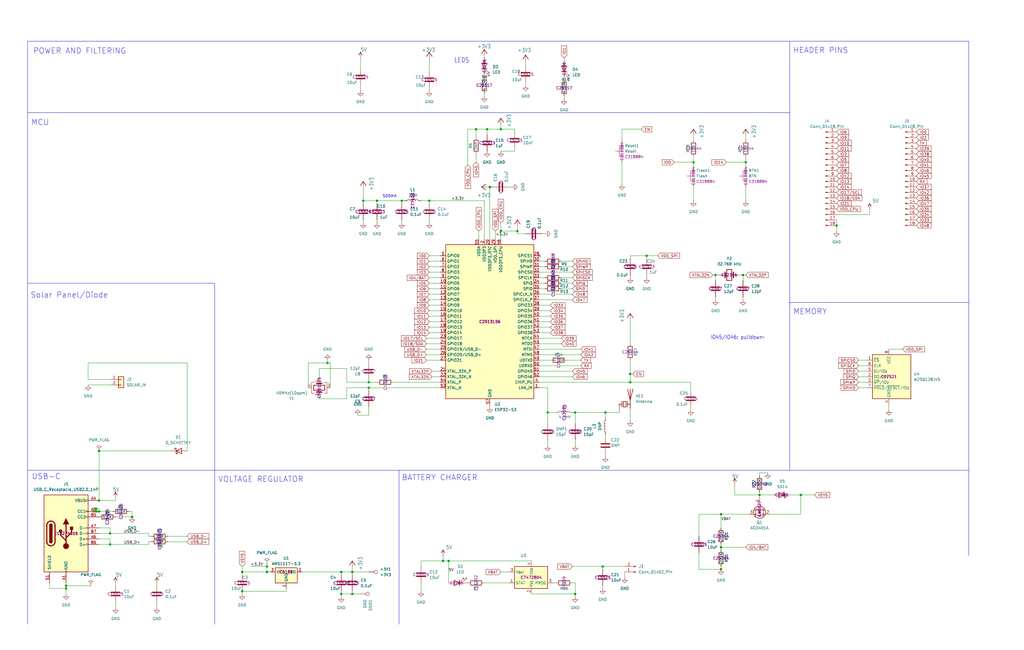
<source format=kicad_sch>
(kicad_sch (version 20250114) (generator "eeschema") (generator_version "9.0")
  (paper "User" 472.592 300.253)
  (title_block (title "BreatheTrack Schematic") (date "6/14/2025"))
  (lib_symbols
    (symbol "Battery_Management:MCP73831-2-OT"
      (property "Reference" "U" (at -7.62 6.35 0))
      (property "Value" "MCP73831-2-OT" (at 1.27 6.35 0))
      (symbol "MCP73831-2-OT_1_1"
        (pin input line (at -10.16 -2.54 0) (length 2.54) (name "PROG") (number "5"))
        (pin power_in line (at 0 7.62 270) (length 2.54) (name "V_{DD}") (number "4"))
        (pin power_in line (at 0 -7.62 90) (length 2.54) (name "V_{SS}") (number "2"))
        (pin power_out line (at 10.16 2.54 180) (length 2.54) (name "V_{BAT}") (number "3"))
        (pin tri_state line (at 10.16 -2.54 180) (length 2.54) (name "STAT") (number "1"))
      )
    )
    (symbol "Connector:Conn_01x02_Pin" (pin_names (offset 1.016) (hide yes))
      (property "Reference" "J" (at 0 2.54 0))
      (property "Value" "Conn_01x02_Pin" (at 0 -5.08 0))
      (symbol "Conn_01x02_Pin_1_1"
        (pin passive line (at 5.08 0 180) (length 3.81) (name "Pin_1") (number "1"))
        (pin passive line (at 5.08 -2.54 180) (length 3.81) (name "Pin_2") (number "2"))
      )
    )
    (symbol "Connector:Conn_01x18_Pin" (pin_names (offset 1.016) (hide yes))
      (property "Reference" "J" (at 0 22.86 0))
      (property "Value" "Conn_01x18_Pin" (at 0 -25.4 0))
      (symbol "Conn_01x18_Pin_1_1"
        (pin passive line (at 5.08 20.32 180) (length 3.81) (name "Pin_1") (number "1"))
        (pin passive line (at 5.08 17.78 180) (length 3.81) (name "Pin_2") (number "2"))
        (pin passive line (at 5.08 15.24 180) (length 3.81) (name "Pin_3") (number "3"))
        (pin passive line (at 5.08 12.7 180) (length 3.81) (name "Pin_4") (number "4"))
        (pin passive line (at 5.08 10.16 180) (length 3.81) (name "Pin_5") (number "5"))
        (pin passive line (at 5.08 7.62 180) (length 3.81) (name "Pin_6") (number "6"))
        (pin passive line (at 5.08 5.08 180) (length 3.81) (name "Pin_7") (number "7"))
        (pin passive line (at 5.08 2.54 180) (length 3.81) (name "Pin_8") (number "8"))
        (pin passive line (at 5.08 0 180) (length 3.81) (name "Pin_9") (number "9"))
        (pin passive line (at 5.08 -2.54 180) (length 3.81) (name "Pin_10") (number "10"))
        (pin passive line (at 5.08 -5.08 180) (length 3.81) (name "Pin_11") (number "11"))
        (pin passive line (at 5.08 -7.62 180) (length 3.81) (name "Pin_12") (number "12"))
        (pin passive line (at 5.08 -10.16 180) (length 3.81) (name "Pin_13") (number "13"))
        (pin passive line (at 5.08 -12.7 180) (length 3.81) (name "Pin_14") (number "14"))
        (pin passive line (at 5.08 -15.24 180) (length 3.81) (name "Pin_15") (number "15"))
        (pin passive line (at 5.08 -17.78 180) (length 3.81) (name "Pin_16") (number "16"))
        (pin passive line (at 5.08 -20.32 180) (length 3.81) (name "Pin_17") (number "17"))
        (pin passive line (at 5.08 -22.86 180) (length 3.81) (name "Pin_18") (number "18"))
      )
    )
    (symbol "Connector:TestPoint" (pin_numbers (hide yes)) (pin_names (offset 0.762) (hide yes))
      (property "Reference" "TP" (at 0 6.858 0))
      (property "Value" "TestPoint" (at 0 5.08 0))
      (symbol "TestPoint_1_1"
        (pin passive line (at 0 0 90) (length 2.54) (name "1") (number "1"))
      )
    )
    (symbol "Connector:USB_C_Receptacle_USB2.0_14P" (pin_names (offset 1.016))
      (property "Reference" "J" (at 0 22.225 0))
      (property "Value" "USB_C_Receptacle_USB2.0_14P" (at 0 19.685 0))
      (symbol "USB_C_Receptacle_USB2.0_14P_1_1"
        (pin passive line (at -7.62 -22.86 90) (length 5.08) (name "SHIELD") (number "S1"))
        (pin passive line (at 0 -22.86 90) (length 5.08) (name "GND") (number "A1"))
        (pin passive line (at 0 -22.86 90) (length 5.08) (hide yes) (name "GND") (number "A12"))
        (pin passive line (at 0 -22.86 90) (length 5.08) (hide yes) (name "GND") (number "B1"))
        (pin passive line (at 0 -22.86 90) (length 5.08) (hide yes) (name "GND") (number "B12"))
        (pin passive line (at 15.24 15.24 180) (length 5.08) (name "VBUS") (number "A4"))
        (pin passive line (at 15.24 15.24 180) (length 5.08) (hide yes) (name "VBUS") (number "A9"))
        (pin passive line (at 15.24 15.24 180) (length 5.08) (hide yes) (name "VBUS") (number "B4"))
        (pin passive line (at 15.24 15.24 180) (length 5.08) (hide yes) (name "VBUS") (number "B9"))
        (pin bidirectional line (at 15.24 10.16 180) (length 5.08) (name "CC1") (number "A5"))
        (pin bidirectional line (at 15.24 7.62 180) (length 5.08) (name "CC2") (number "B5"))
        (pin bidirectional line (at 15.24 2.54 180) (length 5.08) (name "D-") (number "A7"))
        (pin bidirectional line (at 15.24 0 180) (length 5.08) (name "D-") (number "B7"))
        (pin bidirectional line (at 15.24 -2.54 180) (length 5.08) (name "D+") (number "A6"))
        (pin bidirectional line (at 15.24 -5.08 180) (length 5.08) (name "D+") (number "B6"))
      )
    )
    (symbol "Connector_Generic:Conn_01x02" (pin_names (offset 1.016) (hide yes))
      (property "Reference" "J" (at 0 2.54 0))
      (property "Value" "Conn_01x02" (at 0 -5.08 0))
      (symbol "Conn_01x02_1_1"
        (pin passive line (at -5.08 0 0) (length 3.81) (name "Pin_1") (number "1"))
        (pin passive line (at -5.08 -2.54 0) (length 3.81) (name "Pin_2") (number "2"))
      )
    )
    (symbol "Device:Antenna_Chip" (pin_numbers (hide yes)) (pin_names (offset 1.016) (hide yes))
      (property "Reference" "AE" (at 0 5.08 0))
      (property "Value" "Antenna_Chip" (at 0 3.175 0))
      (symbol "Antenna_Chip_1_1"
        (pin input line (at -2.54 -2.54 90) (length 2.54) (name "FEED") (number "1"))
        (pin passive line (at 2.54 -2.54 90) (length 2.54) (name "PCB_Trace") (number "2"))
      )
    )
    (symbol "Device:C" (pin_numbers (hide yes)) (pin_names (offset 0.254))
      (property "Reference" "C" (at 0.635 2.54 0))
      (property "Value" "C" (at 0.635 -2.54 0))
      (symbol "C_1_1"
        (pin passive line (at 0 3.81 270) (length 2.794) (name "~") (number "1"))
        (pin passive line (at 0 -3.81 90) (length 2.794) (name "~") (number "2"))
      )
    )
    (symbol "Device:Crystal" (pin_numbers (hide yes)) (pin_names (offset 1.016) (hide yes))
      (property "Reference" "Y" (at 0 3.81 0))
      (property "Value" "Crystal" (at 0 -3.81 0))
      (symbol "Crystal_1_1"
        (pin passive line (at -3.81 0 0) (length 1.27) (name "1") (number "1"))
        (pin passive line (at 3.81 0 180) (length 1.27) (name "2") (number "2"))
      )
    )
    (symbol "Device:Crystal_GND24" (pin_names (offset 1.016) (hide yes))
      (property "Reference" "Y" (at 3.175 5.08 0))
      (property "Value" "Crystal_GND24" (at 3.175 3.175 0))
      (symbol "Crystal_GND24_1_1"
        (pin passive line (at -3.81 0 0) (length 1.27) (name "1") (number "1"))
        (pin passive line (at 0 5.08 270) (length 1.27) (name "2") (number "2"))
        (pin passive line (at 0 -5.08 90) (length 1.27) (name "4") (number "4"))
        (pin passive line (at 3.81 0 180) (length 1.27) (name "3") (number "3"))
      )
    )
    (symbol "Device:D_Schottky" (pin_numbers (hide yes)) (pin_names (offset 1.016) (hide yes))
      (property "Reference" "D1" (at -0.3175 6.35 0))
      (property "Value" "D_SCHOTTKY" (at -0.3175 3.81 0))
      (symbol "D_Schottky_1_1"
        (pin passive line (at -3.81 0 0) (length 2.54) (name "K") (number "1"))
        (pin passive line (at 3.81 0 180) (length 2.54) (name "A") (number "2"))
      )
    )
    (symbol "Device:L" (pin_numbers (hide yes)) (pin_names (offset 1.016) (hide yes))
      (property "Reference" "L" (at -1.27 0 90))
      (property "Value" "L" (at 1.905 0 90))
      (symbol "L_1_1"
        (pin passive line (at 0 3.81 270) (length 1.27) (name "1") (number "1"))
        (pin passive line (at 0 -3.81 90) (length 1.27) (name "2") (number "2"))
      )
    )
    (symbol "Device:LED" (pin_numbers (hide yes)) (pin_names (offset 1.016) (hide yes))
      (property "Reference" "D" (at 0 2.54 0))
      (property "Value" "LED" (at 0 -2.54 0))
      (symbol "LED_1_1"
        (pin passive line (at -3.81 0 0) (length 2.54) (name "K") (number "1"))
        (pin passive line (at 3.81 0 180) (length 2.54) (name "A") (number "2"))
      )
    )
    (symbol "Device:R" (pin_numbers (hide yes)) (pin_names (offset 0))
      (property "Reference" "R" (at 2.032 0 90))
      (property "Value" "R" (at 0 0 90))
      (symbol "R_1_1"
        (pin passive line (at 0 3.81 270) (length 1.27) (name "~") (number "1"))
        (pin passive line (at 0 -3.81 90) (length 1.27) (name "~") (number "2"))
      )
    )
    (symbol "Diode:SS14" (pin_numbers (hide yes)) (pin_names (offset 1.016) (hide yes))
      (property "Reference" "D" (at 0 2.54 0))
      (property "Value" "SS14" (at 0 -2.54 0))
      (symbol "SS14_1_1"
        (pin passive line (at -3.81 0 0) (length 2.54) (name "K") (number "1"))
        (pin passive line (at 3.81 0 180) (length 2.54) (name "A") (number "2"))
      )
    )
    (symbol "GND_1" (power) (pin_numbers (hide yes)) (pin_names (offset 0) (hide yes))
      (property "Value" "GND" (at 0 -3.81 0))
      (symbol "GND_1_1_1"
        (pin power_in line (at 0 0 270) (length 0) (name "~") (number "1"))
      )
    )
    (symbol "MCU_Espressif:ESP32-S3"
      (property "Reference" "U" (at 10.16 -38.1 0))
      (property "Value" "ESP32-S3" (at 13.97 -40.64 0))
      (symbol "ESP32-S3_1_0"
        (pin passive line (at -5.08 38.1 270) (length 2.54) (hide yes) (name "VDDA") (number "56"))
        (pin bidirectional line (at 22.86 12.7 180) (length 2.54) (name "SPICLK_N") (number "36"))
        (pin bidirectional line (at 22.86 -10.16 180) (length 2.54) (name "MTDO") (number "45"))
        (pin bidirectional line (at 22.86 -22.86 180) (length 2.54) (name "GPIO45") (number "51"))
      )
      (symbol "ESP32-S3_1_1"
        (pin bidirectional line (at -22.86 30.48 0) (length 2.54) (name "GPIO0") (number "5"))
        (pin bidirectional line (at -22.86 27.94 0) (length 2.54) (name "GPIO1") (number "6"))
        (pin bidirectional line (at -22.86 25.4 0) (length 2.54) (name "GPIO2") (number "7"))
        (pin bidirectional line (at -22.86 22.86 0) (length 2.54) (name "GPIO3") (number "8"))
        (pin bidirectional line (at -22.86 20.32 0) (length 2.54) (name "GPIO4") (number "9"))
        (pin bidirectional line (at -22.86 17.78 0) (length 2.54) (name "GPIO5") (number "10"))
        (pin bidirectional line (at -22.86 15.24 0) (length 2.54) (name "GPIO6") (number "11"))
        (pin bidirectional line (at -22.86 12.7 0) (length 2.54) (name "GPIO7") (number "12"))
        (pin bidirectional line (at -22.86 10.16 0) (length 2.54) (name "GPIO8") (number "13"))
        (pin bidirectional line (at -22.86 7.62 0) (length 2.54) (name "GPIO9") (number "14"))
        (pin bidirectional line (at -22.86 5.08 0) (length 2.54) (name "GPIO10") (number "15"))
        (pin bidirectional line (at -22.86 2.54 0) (length 2.54) (name "GPIO11") (number "16"))
        (pin bidirectional line (at -22.86 0 0) (length 2.54) (name "GPIO12") (number "17"))
        (pin bidirectional line (at -22.86 -2.54 0) (length 2.54) (name "GPIO13") (number "18"))
        (pin bidirectional line (at -22.86 -5.08 0) (length 2.54) (name "GPIO14") (number "19"))
        (pin bidirectional line (at -22.86 -7.62 0) (length 2.54) (name "GPIO17") (number "23"))
        (pin bidirectional line (at -22.86 -10.16 0) (length 2.54) (name "GPIO18") (number "24"))
        (pin bidirectional line (at -22.86 -12.7 0) (length 2.54) (name "GPIO19/USB_D-") (number "25"))
        (pin bidirectional line (at -22.86 -15.24 0) (length 2.54) (name "GPIO20/USB_D+") (number "26"))
        (pin bidirectional line (at -22.86 -17.78 0) (length 2.54) (name "GPIO21") (number "27"))
        (pin passive line (at -22.86 -22.86 0) (length 2.54) (name "XTAL_32K_P") (number "21"))
        (pin passive line (at -22.86 -25.4 0) (length 2.54) (name "XTAL_32K_N") (number "22"))
        (pin input line (at -22.86 -27.94 0) (length 2.54) (name "XTAL_P") (number "54"))
        (pin output line (at -22.86 -30.48 0) (length 2.54) (name "XTAL_N") (number "53"))
        (pin power_in line (at -5.08 38.1 270) (length 2.54) (name "VDDA") (number "55"))
        (pin power_in line (at -2.54 38.1 270) (length 2.54) (name "VDD3P3") (number "2"))
        (pin passive line (at -2.54 38.1 270) (length 2.54) (hide yes) (name "VDD3P3") (number "3"))
        (pin power_in line (at 0 38.1 270) (length 2.54) (name "VDD3P3_RTC") (number "20"))
        (pin power_in line (at 0 -38.1 90) (length 2.54) (name "GND") (number "57"))
        (pin power_in line (at 2.54 38.1 270) (length 2.54) (name "VDD_SPI") (number "29"))
        (pin power_in line (at 5.08 38.1 270) (length 2.54) (name "VDD3P3_CPU") (number "46"))
        (pin bidirectional line (at 22.86 30.48 180) (length 2.54) (name "SPICS1") (number "28"))
        (pin bidirectional line (at 22.86 27.94 180) (length 2.54) (name "SPIHD") (number "30"))
        (pin bidirectional line (at 22.86 25.4 180) (length 2.54) (name "SPIWP") (number "31"))
        (pin bidirectional line (at 22.86 22.86 180) (length 2.54) (name "SPICS0") (number "32"))
        (pin bidirectional line (at 22.86 20.32 180) (length 2.54) (name "SPICLK") (number "33"))
        (pin bidirectional line (at 22.86 17.78 180) (length 2.54) (name "SPIQ") (number "34"))
        (pin bidirectional line (at 22.86 15.24 180) (length 2.54) (name "SPID") (number "35"))
        (pin bidirectional line (at 22.86 10.16 180) (length 2.54) (name "SPICLK_P") (number "37"))
        (pin bidirectional line (at 22.86 7.62 180) (length 2.54) (name "GPIO33") (number "38"))
        (pin bidirectional line (at 22.86 5.08 180) (length 2.54) (name "GPIO34") (number "39"))
        (pin bidirectional line (at 22.86 2.54 180) (length 2.54) (name "GPIO35") (number "40"))
        (pin bidirectional line (at 22.86 0 180) (length 2.54) (name "GPIO36") (number "41"))
        (pin bidirectional line (at 22.86 -2.54 180) (length 2.54) (name "GPIO37") (number "42"))
        (pin bidirectional line (at 22.86 -5.08 180) (length 2.54) (name "GPIO38") (number "43"))
        (pin bidirectional line (at 22.86 -7.62 180) (length 2.54) (name "MTCK") (number "44"))
        (pin bidirectional line (at 22.86 -12.7 180) (length 2.54) (name "MTDI") (number "47"))
        (pin bidirectional line (at 22.86 -15.24 180) (length 2.54) (name "MTMS") (number "48"))
        (pin bidirectional line (at 22.86 -17.78 180) (length 2.54) (name "U0TXD") (number "49"))
        (pin bidirectional line (at 22.86 -20.32 180) (length 2.54) (name "U0RXD") (number "50"))
        (pin bidirectional line (at 22.86 -25.4 180) (length 2.54) (name "GPIO46") (number "52"))
        (pin input line (at 22.86 -27.94 180) (length 2.54) (name "CHIP_PU") (number "4"))
        (pin bidirectional line (at 22.86 -30.48 180) (length 2.54) (name "LNA_IN") (number "1"))
      )
    )
    (symbol "MaTouch 1.9“ TFT Breakout v1.1-eagle-import:+3V3" (power)
      (property "Value" "+3V3" (at -2.54 -5.08 90))
      (symbol "+3V3_1_0"
        (pin power_in line (at 0 -2.54 90) (length 2.54) (name "+3V3") (number "1"))
      )
    )
    (symbol "MaTouch 1.9“ TFT Breakout v1.1-eagle-import:5V" (power)
      (property "Value" "5V" (at 0 2.794 0))
      (symbol "5V_1_0"
        (pin power_in line (at 0 0 90) (length 2.54) (name "5V") (number "1"))
      )
    )
    (symbol "Memory_Flash:W25Q128JVS"
      (property "Reference" "U" (at -6.35 11.43 0))
      (property "Value" "W25Q128JVS" (at 7.62 11.43 0))
      (symbol "W25Q128JVS_1_1"
        (pin input line (at -10.16 7.62 0) (length 2.54) (name "~{CS}") (number "1"))
        (pin input line (at -10.16 5.08 0) (length 2.54) (name "CLK") (number "6"))
        (pin bidirectional line (at -10.16 2.54 0) (length 2.54) (name "DI/IO_{0}") (number "5"))
        (pin bidirectional line (at -10.16 0 0) (length 2.54) (name "DO/IO_{1}") (number "2"))
        (pin bidirectional line (at -10.16 -2.54 0) (length 2.54) (name "~{WP}/IO_{2}") (number "3"))
        (pin bidirectional line (at -10.16 -5.08 0) (length 2.54) (name "~{HOLD}/~{RESET}/IO_{3}") (number "7"))
        (pin power_in line (at 0 12.7 270) (length 2.54) (name "VCC") (number "8"))
        (pin power_in line (at 0 -12.7 90) (length 2.54) (name "GND") (number "4"))
      )
    )
    (symbol "Regulator_Linear:AMS1117-3.3"
      (property "Reference" "U" (at -3.81 3.175 0))
      (property "Value" "AMS1117-3.3" (at 0 3.175 0))
      (symbol "AMS1117-3.3_1_1"
        (pin power_in line (at -7.62 0 0) (length 2.54) (name "VI") (number "3"))
        (pin power_in line (at 0 -7.62 90) (length 2.54) (name "GND") (number "1"))
        (pin power_out line (at 7.62 0 180) (length 2.54) (name "VO") (number "2"))
      )
    )
    (symbol "Switch:SW_Push" (pin_numbers (hide yes)) (pin_names (offset 1.016) (hide yes))
      (property "Reference" "SW" (at 1.27 2.54 0))
      (property "Value" "SW_Push" (at 0 -1.524 0))
      (symbol "SW_Push_0_1"
        (pin passive line (at -5.08 0 0) (length 2.54) (name "1") (number "1"))
        (pin passive line (at 5.08 0 180) (length 2.54) (name "2") (number "2"))
      )
    )
    (symbol "Transistor_FET:AO3401A" (pin_names (hide yes))
      (property "Reference" "Q" (at 5.08 1.905 0))
      (property "Value" "AO3401A" (at 5.08 0 0))
      (symbol "AO3401A_1_1"
        (pin input line (at -5.08 0 0) (length 2.54) (name "G") (number "1"))
        (pin passive line (at 2.54 5.08 270) (length 2.54) (name "D") (number "3"))
        (pin passive line (at 2.54 -5.08 90) (length 2.54) (name "S") (number "2"))
      )
    )
    (symbol "power:GND" (power) (pin_names (offset 0))
      (property "Value" "GND" (at 0 -3.81 0))
      (symbol "GND_1_1"
        (pin power_in line (at 0 0 270) (length 0) (hide yes) (name "GND") (number "1"))
      )
    )
    (symbol "power:PWR_FLAG" (power) (pin_numbers (hide yes)) (pin_names (offset 0) (hide yes))
      (property "Value" "PWR_FLAG" (at 0 3.81 0))
      (symbol "PWR_FLAG_0_0"
        (pin power_out line (at 0 0 90) (length 0) (name "~") (number "1"))
      )
    )
  )
  (text "Solar Panel/Diode" (at 32.004 136.398 0) (effects (font (size 2.54 2.54))))
  (text "500mA" (at 179.832 90.678 0) (effects (font (size 1.27 1.27))))
  (text "MCU" (at 18.542 56.642 0) (effects (font (size 2.54 2.54))))
  (text "USB-C" (at 21.336 220.218 0) (effects (font (size 2.54 2.54))))
  (text "BATTERY CHARGER" (at 202.946 220.726 0) (effects (font (size 2.54 2.54))))
  (text "MEMORY" (at 373.888 144.018 0) (effects (font (size 2.54 2.54))))
  (text "VOLTAGE REGULATOR" (at 120.396 221.488 0) (effects (font (size 2.54 2.54))))
  (text "IO45/IO46: pulldown~~{}" (at 327.914 156.972 0) (effects (font (size 1.778 1.5113)) (justify left bottom)))
  (text "POWER AND FILTERING" (at 15.24 25.146 0) (effects (font (size 2.54 2.54)) (justify left bottom)))
  (text "HEADER PINS" (at 378.714 23.368 0) (effects (font (size 2.54 2.54))))
  (text "LEDS" (at 209.55 29.21 0) (effects (font (size 2.1844 1.8567)) (justify left bottom)))
  (junction (at 369.57 228.6))
  (junction (at 45.72 236.22))
  (junction (at 342.9 127))
  (junction (at 123.19 261.62))
  (junction (at 50.8 251.46))
  (junction (at 173.99 92.71))
  (junction (at 44.45 234.95))
  (junction (at 231.14 106.68))
  (junction (at 157.48 274.32))
  (junction (at 298.45 118.11))
  (junction (at 45.72 231.14))
  (junction (at 111.76 264.16))
  (junction (at 290.83 176.53))
  (junction (at 170.18 176.53))
  (junction (at 344.17 74.93))
  (junction (at 290.83 172.72))
  (junction (at 320.04 74.93))
  (junction (at 204.47 259.08))
  (junction (at 224.79 59.69))
  (junction (at 162.56 274.32))
  (junction (at 43.18 236.22))
  (junction (at 162.56 264.16))
  (junction (at 278.13 261.62))
  (junction (at 386.08 104.14))
  (junction (at 332.74 237.49))
  (junction (at 350.52 228.6))
  (junction (at 60.96 238.76))
  (junction (at 44.45 236.22))
  (junction (at 265.43 190.5))
  (junction (at 157.48 264.16))
  (junction (at 330.2 127))
  (junction (at 30.48 271.78))
  (junction (at 219.71 59.69))
  (junction (at 252.73 190.5))
  (junction (at 167.64 92.71))
  (junction (at 265.43 274.32))
  (junction (at 50.8 246.38))
  (junction (at 30.48 270.51))
  (junction (at 238.76 106.68))
  (junction (at 111.76 273.05))
  (junction (at 170.18 179.07))
  (junction (at 123.19 264.16))
  (junction (at 332.74 262.89))
  (junction (at 185.42 92.71))
  (junction (at 231.14 59.69))
  (junction (at 198.12 92.71))
  (junction (at 151.13 167.64))
  (junction (at 45.72 208.28))
  (junction (at 332.74 252.73))
  (junction (at 226.06 86.36))
  (junction (at 207.01 259.08))
  (junction (at 279.4 190.5))
  (no_connect (at 248.92 118.11))
  (wire (pts (xy 265.43 275.59) (xy 265.43 274.32)) (stroke (width 0.1524)))
  (polyline (pts (xy 334.01 217.17) (xy 447.04 217.17)) (stroke (width 0.1524) (type solid)))
  (wire (pts (xy 320.04 74.93) (xy 320.04 76.2)) (stroke (width 0.1524)))
  (wire (pts (xy 231.14 57.15) (xy 231.14 59.69)) (stroke (width 0.1524)))
  (wire (pts (xy 170.18 191.77) (xy 170.18 187.96)) (stroke (width 0.1524)))
  (wire (pts (xy 160.02 179.07) (xy 170.18 179.07)) (stroke (width 0.1524)))
  (wire (pts (xy 53.34 229.87) (xy 53.34 231.14)) (stroke (width 0.1524)))
  (wire (pts (xy 290.83 166.37) (xy 290.83 172.72)) (stroke (width 0.1524)))
  (wire (pts (xy 170.18 176.53) (xy 173.99 176.53)))
  (wire (pts (xy 30.48 269.24) (xy 30.48 270.51)) (stroke (width 0.1524)))
  (wire (pts (xy 287.02 80.01) (xy 287.02 85.09)) (stroke (width 0.1524)))
  (wire (pts (xy 160.02 184.15) (xy 160.02 179.07)) (stroke (width 0.1524)))
  (wire (pts (xy 227.33 86.36) (xy 226.06 86.36)) (stroke (width 0.1524)))
  (wire (pts (xy 322.58 255.27) (xy 322.58 262.89)) (stroke (width 0.1524)))
  (wire (pts (xy 226.06 86.36) (xy 226.06 110.49)) (stroke (width 0.1524)))
  (wire (pts (xy 340.36 127) (xy 342.9 127)))
  (polyline (pts (xy 332.74 19.05) (xy 129.54 19.05)) (stroke (width 0.1524) (type solid)))
  (wire (pts (xy 287.02 64.77) (xy 287.02 59.69)) (stroke (width 0.1524)))
  (wire (pts (xy 196.85 158.75) (xy 203.2 158.75)))
  (wire (pts (xy 252.73 190.5) (xy 252.73 195.58)))
  (wire (pts (xy 203.2 143.51) (xy 198.12 143.51)) (stroke (width 0.1524)))
  (wire (pts (xy 248.92 156.21) (xy 259.08 156.21)) (stroke (width 0.1524)))
  (wire (pts (xy 322.58 237.49) (xy 332.74 237.49)) (stroke (width 0.1524)))
  (wire (pts (xy 111.76 274.32) (xy 111.76 273.05)) (stroke (width 0.1524)))
  (wire (pts (xy 252.73 179.07) (xy 252.73 190.5)))
  (wire (pts (xy 196.85 156.21) (xy 203.2 156.21)))
  (wire (pts (xy 248.92 135.89) (xy 264.16 135.89)) (stroke (width 0.1524)))
  (wire (pts (xy 166.37 26.67) (xy 166.37 31.75)) (stroke (width 0.1524)))
  (wire (pts (xy 322.58 247.65) (xy 322.58 237.49)) (stroke (width 0.1524)))
  (wire (pts (xy 285.75 190.5) (xy 285.75 189.23)) (stroke (width 0.1524)))
  (wire (pts (xy 219.71 59.69) (xy 224.79 59.69)) (stroke (width 0.1524)))
  (wire (pts (xy 196.85 166.37) (xy 203.2 166.37)))
  (wire (pts (xy 260.35 45.72) (xy 260.35 44.45)) (stroke (width 0.1524)))
  (wire (pts (xy 259.08 128.27) (xy 264.16 128.27)) (stroke (width 0.1524)))
  (polyline (pts (xy 101.6 217.17) (xy 12.7 217.17)) (stroke (width 0.1524) (type solid)))
  (wire (pts (xy 185.42 102.87) (xy 185.42 101.6)) (stroke (width 0.1524)))
  (wire (pts (xy 207.01 259.08) (xy 245.11 259.08)) (stroke (width 0.1524)))
  (wire (pts (xy 278.13 261.62) (xy 288.29 261.62)) (stroke (width 0.1524)))
  (wire (pts (xy 259.08 133.35) (xy 264.16 133.35)) (stroke (width 0.1524)))
  (wire (pts (xy 290.83 158.75) (xy 290.83 147.32)) (stroke (width 0.1524)))
  (wire (pts (xy 45.72 231.14) (xy 53.34 231.14)) (stroke (width 0.1524)))
  (wire (pts (xy 344.17 86.36) (xy 344.17 92.71)) (stroke (width 0.1524)))
  (wire (pts (xy 198.12 40.64) (xy 198.12 41.91)) (stroke (width 0.1524)))
  (wire (pts (xy 320.04 62.23) (xy 320.04 64.77)) (stroke (width 0.1524)))
  (wire (pts (xy 181.61 176.53) (xy 203.2 176.53)))
  (wire (pts (xy 320.04 72.39) (xy 320.04 74.93)) (stroke (width 0.1524)))
  (wire (pts (xy 157.48 264.16) (xy 162.56 264.16)) (stroke (width 0.1524)))
  (wire (pts (xy 251.46 128.27) (xy 248.92 128.27)) (stroke (width 0.1524)))
  (wire (pts (xy 160.02 170.18) (xy 160.02 176.53)) (stroke (width 0.1524)))
  (wire (pts (xy 123.19 261.62) (xy 123.19 264.16)))
  (wire (pts (xy 123.19 260.35) (xy 123.19 261.62)))
  (wire (pts (xy 248.92 158.75) (xy 259.08 158.75)) (stroke (width 0.1524)))
  (wire (pts (xy 77.47 247.65) (xy 86.36 247.65)) (stroke (width 0.1524)))
  (wire (pts (xy 259.08 123.19) (xy 264.16 123.19)) (stroke (width 0.1524)))
  (wire (pts (xy 203.2 123.19) (xy 198.12 123.19)) (stroke (width 0.1524)))
  (wire (pts (xy 279.4 201.93) (xy 279.4 200.66)) (stroke (width 0.1524)))
  (wire (pts (xy 44.45 234.95) (xy 43.18 234.95)) (stroke (width 0.1524)))
  (wire (pts (xy 203.2 138.43) (xy 198.12 138.43)) (stroke (width 0.1524)))
  (wire (pts (xy 248.92 173.99) (xy 264.16 173.99)) (stroke (width 0.1524)))
  (polyline (pts (xy 12.7 217.17) (xy 12.7 288.29)) (stroke (width 0.1524) (type solid)))
  (wire (pts (xy 265.43 203.2) (xy 265.43 205.74)))
  (polyline (pts (xy 364.49 52.07) (xy 364.49 140.97)) (stroke (width 0.1524) (type solid)))
  (wire (pts (xy 198.12 26.67) (xy 198.12 33.02)) (stroke (width 0.1524)))
  (wire (pts (xy 248.92 163.83) (xy 267.97 163.83)) (stroke (width 0.1524)))
  (wire (pts (xy 342.9 138.43) (xy 342.9 137.16)) (stroke (width 0.1524)))
  (wire (pts (xy 44.45 234.95) (xy 43.18 234.95)))
  (wire (pts (xy 237.49 59.69) (xy 231.14 59.69)) (stroke (width 0.1524)))
  (polyline (pts (xy 101.6 217.17) (xy 334.01 217.17)) (stroke (width 0.1524) (type solid)))
  (wire (pts (xy 170.18 191.77) (xy 165.1 191.77)) (stroke (width 0.1524)))
  (wire (pts (xy 203.2 128.27) (xy 198.12 128.27)) (stroke (width 0.1524)))
  (wire (pts (xy 50.8 243.84) (xy 50.8 246.38)))
  (wire (pts (xy 248.92 130.81) (xy 251.46 130.81)) (stroke (width 0.1524)))
  (wire (pts (xy 259.08 120.65) (xy 264.16 120.65)) (stroke (width 0.1524)))
  (wire (pts (xy 203.2 125.73) (xy 198.12 125.73)) (stroke (width 0.1524)))
  (wire (pts (xy 342.9 127) (xy 342.9 129.54)))
  (wire (pts (xy 248.92 176.53) (xy 290.83 176.53)) (stroke (width 0.1524)))
  (wire (pts (xy 400.05 179.07) (xy 396.24 179.07)) (stroke (width 0.1524)))
  (wire (pts (xy 45.72 236.22) (xy 45.72 234.95)) (stroke (width 0.1524)))
  (wire (pts (xy 410.21 189.23) (xy 410.21 186.69)) (stroke (width 0.1524)))
  (wire (pts (xy 223.52 25.4) (xy 223.52 26.67)) (stroke (width 0.1524)))
  (wire (pts (xy 203.2 146.05) (xy 198.12 146.05)) (stroke (width 0.1524)))
  (wire (pts (xy 400.05 166.37) (xy 396.24 166.37)) (stroke (width 0.1524)))
  (wire (pts (xy 142.24 167.64) (xy 142.24 179.07)) (stroke (width 0.1524)))
  (wire (pts (xy 248.92 125.73) (xy 264.16 125.73)) (stroke (width 0.1524)))
  (wire (pts (xy 167.64 102.87) (xy 167.64 101.6)) (stroke (width 0.1524)))
  (wire (pts (xy 147.32 175.26) (xy 147.32 170.18)) (stroke (width 0.1524)))
  (wire (pts (xy 386.08 101.6) (xy 386.08 104.14)))
  (wire (pts (xy 332.74 243.84) (xy 332.74 237.49)) (stroke (width 0.1524)))
  (polyline (pts (xy 184.15 217.17) (xy 184.15 288.29)) (stroke (width 0.1524) (type solid)))
  (wire (pts (xy 231.14 106.68) (xy 231.14 110.49)))
  (wire (pts (xy 204.47 256.54) (xy 204.47 259.08)) (stroke (width 0.1524)))
  (wire (pts (xy 72.39 270.51) (xy 72.39 269.24)) (stroke (width 0.1524)))
  (wire (pts (xy 194.31 259.08) (xy 204.47 259.08)) (stroke (width 0.1524)))
  (wire (pts (xy 251.46 133.35) (xy 248.92 133.35)) (stroke (width 0.1524)))
  (wire (pts (xy 212.09 92.71) (xy 198.12 92.71)) (stroke (width 0.1524)))
  (wire (pts (xy 265.43 274.32) (xy 255.27 274.32)) (stroke (width 0.1524)))
  (wire (pts (xy 265.43 269.24) (xy 265.43 274.32)) (stroke (width 0.1524)))
  (wire (pts (xy 290.83 189.23) (xy 290.83 194.31)) (stroke (width 0.1524)))
  (wire (pts (xy 279.4 190.5) (xy 285.75 190.5)) (stroke (width 0.1524)))
  (wire (pts (xy 166.37 39.37) (xy 166.37 41.91)) (stroke (width 0.1524)))
  (wire (pts (xy 320.04 74.93) (xy 311.15 74.93)) (stroke (width 0.1524)))
  (wire (pts (xy 236.22 86.36) (xy 234.95 86.36)) (stroke (width 0.1524)))
  (wire (pts (xy 237.49 69.85) (xy 231.14 69.85)) (stroke (width 0.1524)))
  (polyline (pts (xy 447.04 217.17) (xy 447.04 146.05)) (stroke (width 0.1524) (type solid)))
  (wire (pts (xy 350.52 229.87) (xy 350.52 228.6)) (stroke (width 0.1524)))
  (wire (pts (xy 40.64 175.26) (xy 40.64 167.64)))
  (wire (pts (xy 278.13 270.51) (xy 278.13 271.78)) (stroke (width 0.1524)))
  (wire (pts (xy 238.76 104.14) (xy 238.76 106.68)))
  (wire (pts (xy 77.47 250.19) (xy 86.36 250.19)) (stroke (width 0.1524)))
  (wire (pts (xy 170.18 175.26) (xy 170.18 176.53)) (stroke (width 0.1524)))
  (wire (pts (xy 45.72 208.28) (xy 45.72 231.14)))
  (wire (pts (xy 203.2 148.59) (xy 198.12 148.59)) (stroke (width 0.1524)))
  (wire (pts (xy 248.92 168.91) (xy 267.97 168.91)))
  (wire (pts (xy 355.6 237.49) (xy 369.57 237.49)) (stroke (width 0.1524)))
  (wire (pts (xy 39.37 236.22) (xy 43.18 236.22)) (stroke (width 0.1524)))
  (wire (pts (xy 78.74 208.28) (xy 45.72 208.28)))
  (wire (pts (xy 139.7 264.16) (xy 157.48 264.16)) (stroke (width 0.1524)))
  (wire (pts (xy 350.52 227.33) (xy 350.52 228.6)) (stroke (width 0.1524)))
  (wire (pts (xy 132.08 273.05) (xy 132.08 271.78)) (stroke (width 0.1524)))
  (wire (pts (xy 344.17 74.93) (xy 344.17 76.2)) (stroke (width 0.1524)))
  (wire (pts (xy 251.46 107.95) (xy 250.19 107.95)) (stroke (width 0.1524)))
  (wire (pts (xy 260.35 26.67) (xy 260.35 27.94)) (stroke (width 0.1524)))
  (wire (pts (xy 290.83 118.11) (xy 290.83 119.38)) (stroke (width 0.1524)))
  (wire (pts (xy 223.52 269.24) (xy 234.95 269.24)))
  (wire (pts (xy 194.31 261.62) (xy 194.31 259.08)) (stroke (width 0.1524)))
  (wire (pts (xy 265.43 190.5) (xy 265.43 195.58)))
  (wire (pts (xy 287.02 59.69) (xy 295.91 59.69)) (stroke (width 0.1524)))
  (wire (pts (xy 111.76 264.16) (xy 111.76 261.62)) (stroke (width 0.1524)))
  (wire (pts (xy 40.64 167.64) (xy 86.36 167.64)))
  (wire (pts (xy 199.39 171.45) (xy 203.2 171.45)))
  (polyline (pts (xy 447.04 146.05) (xy 447.04 19.05)) (stroke (width 0.1524) (type solid)))
  (wire (pts (xy 223.52 44.45) (xy 223.52 43.18)) (stroke (width 0.1524)))
  (polyline (pts (xy 12.7 130.81) (xy 99.06 130.81)) (stroke (width 0.1524) (type solid)))
  (wire (pts (xy 332.74 254) (xy 332.74 252.73)) (stroke (width 0.1524)))
  (wire (pts (xy 226.06 86.36) (xy 224.79 86.36)) (stroke (width 0.1524)))
  (wire (pts (xy 248.92 161.29) (xy 267.97 161.29)) (stroke (width 0.1524)))
  (wire (pts (xy 231.14 264.16) (xy 234.95 264.16)))
  (wire (pts (xy 203.2 118.11) (xy 198.12 118.11)) (stroke (width 0.1524)))
  (wire (pts (xy 264.16 190.5) (xy 265.43 190.5)))
  (wire (pts (xy 330.2 138.43) (xy 330.2 137.16)) (stroke (width 0.1524)))
  (wire (pts (xy 290.83 172.72) (xy 290.83 176.53)) (stroke (width 0.1524)))
  (wire (pts (xy 162.56 261.62) (xy 162.56 264.16)) (stroke (width 0.1524)))
  (wire (pts (xy 344.17 72.39) (xy 344.17 74.93)) (stroke (width 0.1524)))
  (wire (pts (xy 223.52 92.71) (xy 212.09 92.71)))
  (wire (pts (xy 254 166.37) (xy 248.92 166.37)) (stroke (width 0.1524)))
  (wire (pts (xy 40.64 177.8) (xy 50.8 177.8)))
  (wire (pts (xy 248.92 143.51) (xy 254 143.51)))
  (wire (pts (xy 219.71 71.12) (xy 219.71 74.93)))
  (polyline (pts (xy 364.49 139.7) (xy 447.04 139.7)) (stroke (width 0.1524) (type solid)))
  (wire (pts (xy 41.91 270.51) (xy 30.48 270.51)))
  (polyline (pts (xy 12.7 217.17) (xy 12.7 19.05)) (stroke (width 0.1524) (type solid)))
  (wire (pts (xy 53.34 270.51) (xy 53.34 269.24)) (stroke (width 0.1524)))
  (wire (pts (xy 248.92 171.45) (xy 264.16 171.45)) (stroke (width 0.1524)))
  (polyline (pts (xy 364.49 139.7) (xy 364.49 217.17)) (stroke (width 0.1524) (type solid)))
  (wire (pts (xy 290.83 118.11) (xy 298.45 118.11)) (stroke (width 0.1524)))
  (wire (pts (xy 44.45 236.22) (xy 44.45 234.95)))
  (wire (pts (xy 170.18 179.07) (xy 170.18 180.34)) (stroke (width 0.1524)))
  (wire (pts (xy 151.13 166.37) (xy 151.13 167.64)) (stroke (width 0.1524)))
  (wire (pts (xy 124.46 264.16) (xy 123.19 264.16)) (stroke (width 0.1524)))
  (polyline (pts (xy 12.7 19.05) (xy 129.54 19.05)) (stroke (width 0.1524) (type solid)))
  (wire (pts (xy 203.2 133.35) (xy 198.12 133.35)) (stroke (width 0.1524)))
  (wire (pts (xy 170.18 166.37) (xy 170.18 167.64)) (stroke (width 0.1524)))
  (wire (pts (xy 196.85 161.29) (xy 203.2 161.29)))
  (wire (pts (xy 386.08 106.68) (xy 386.08 104.14)) (stroke (width 0.1524)))
  (wire (pts (xy 255.27 269.24) (xy 256.54 269.24)) (stroke (width 0.1524)))
  (wire (pts (xy 320.04 86.36) (xy 320.04 92.71)) (stroke (width 0.1524)))
  (wire (pts (xy 238.76 107.95) (xy 238.76 106.68)))
  (wire (pts (xy 53.34 238.76) (xy 60.96 238.76)) (stroke (width 0.1524)))
  (polyline (pts (xy 364.49 19.05) (xy 364.49 52.07)) (stroke (width 0.1524) (type solid)))
  (wire (pts (xy 279.4 210.82) (xy 279.4 209.55)) (stroke (width 0.1524)))
  (wire (pts (xy 242.57 107.95) (xy 238.76 107.95)))
  (wire (pts (xy 215.9 76.2) (xy 215.9 59.69)) (stroke (width 0.1524)))
  (wire (pts (xy 259.08 130.81) (xy 264.16 130.81)) (stroke (width 0.1524)))
  (wire (pts (xy 45.72 236.22) (xy 52.07 236.22)) (stroke (width 0.1524)))
  (wire (pts (xy 123.19 264.16) (xy 111.76 264.16)) (stroke (width 0.1524)))
  (wire (pts (xy 288.29 264.16) (xy 288.29 266.7)) (stroke (width 0.1524)))
  (wire (pts (xy 364.49 228.6) (xy 369.57 228.6)) (stroke (width 0.1524)))
  (wire (pts (xy 248.92 148.59) (xy 254 148.59)))
  (wire (pts (xy 344.17 62.23) (xy 344.17 64.77)) (stroke (width 0.1524)))
  (wire (pts (xy 248.92 151.13) (xy 254 151.13)))
  (wire (pts (xy 160.02 176.53) (xy 170.18 176.53)) (stroke (width 0.1524)))
  (wire (pts (xy 204.47 259.08) (xy 207.01 259.08)) (stroke (width 0.1524)))
  (wire (pts (xy 332.74 261.62) (xy 332.74 262.89)) (stroke (width 0.1524)))
  (wire (pts (xy 199.39 173.99) (xy 203.2 173.99)))
  (wire (pts (xy 68.58 251.46) (xy 68.58 250.19)) (stroke (width 0.1524)))
  (wire (pts (xy 242.57 30.48) (xy 242.57 27.94)) (stroke (width 0.1524)))
  (wire (pts (xy 332.74 252.73) (xy 344.17 252.73)) (stroke (width 0.1524)))
  (wire (pts (xy 72.39 280.67) (xy 72.39 278.13)) (stroke (width 0.1524)))
  (wire (pts (xy 166.37 274.32) (xy 162.56 274.32)) (stroke (width 0.1524)))
  (wire (pts (xy 45.72 234.95) (xy 44.45 234.95)) (stroke (width 0.1524)))
  (wire (pts (xy 350.52 218.44) (xy 354.33 218.44)) (stroke (width 0.1524)))
  (wire (pts (xy 50.8 246.38) (xy 45.72 246.38)) (stroke (width 0.1524)))
  (wire (pts (xy 226.06 187.96) (xy 226.06 186.69)) (stroke (width 0.1524)))
  (wire (pts (xy 350.52 228.6) (xy 339.09 228.6)) (stroke (width 0.1524)))
  (wire (pts (xy 22.86 271.78) (xy 30.48 271.78)))
  (wire (pts (xy 86.36 167.64) (xy 86.36 208.28)))
  (wire (pts (xy 223.52 110.49) (xy 223.52 92.71)))
  (wire (pts (xy 220.98 106.68) (xy 220.98 110.49)))
  (wire (pts (xy 30.48 271.78) (xy 30.48 274.32)) (stroke (width 0.1524)))
  (wire (pts (xy 248.92 140.97) (xy 254 140.97)))
  (wire (pts (xy 198.12 102.87) (xy 198.12 101.6)) (stroke (width 0.1524)))
  (wire (pts (xy 147.32 182.88) (xy 147.32 184.15)) (stroke (width 0.1524)))
  (wire (pts (xy 68.58 246.38) (xy 50.8 246.38)) (stroke (width 0.1524)))
  (wire (pts (xy 339.09 228.6) (xy 339.09 223.52)) (stroke (width 0.1524)))
  (wire (pts (xy 245.11 274.32) (xy 255.27 274.32)))
  (wire (pts (xy 60.96 236.22) (xy 60.96 238.76)) (stroke (width 0.1524)))
  (wire (pts (xy 224.79 62.23) (xy 224.79 59.69)) (stroke (width 0.1524)))
  (wire (pts (xy 203.2 130.81) (xy 198.12 130.81)) (stroke (width 0.1524)))
  (wire (pts (xy 248.92 146.05) (xy 254 146.05)))
  (wire (pts (xy 215.9 59.69) (xy 219.71 59.69)) (stroke (width 0.1524)))
  (wire (pts (xy 162.56 265.43) (xy 162.56 264.16)) (stroke (width 0.1524)))
  (wire (pts (xy 152.4 179.07) (xy 152.4 167.64)))
  (wire (pts (xy 173.99 92.71) (xy 185.42 92.71)) (stroke (width 0.1524)))
  (wire (pts (xy 53.34 280.67) (xy 53.34 278.13)) (stroke (width 0.1524)))
  (wire (pts (xy 328.93 127) (xy 330.2 127)))
  (wire (pts (xy 318.77 189.23) (xy 318.77 187.96)) (stroke (width 0.1524)))
  (wire (pts (xy 238.76 106.68) (xy 231.14 106.68)))
  (wire (pts (xy 111.76 265.43) (xy 111.76 264.16)) (stroke (width 0.1524)))
  (wire (pts (xy 185.42 92.71) (xy 186.69 92.71)) (stroke (width 0.1524)))
  (wire (pts (xy 162.56 273.05) (xy 162.56 274.32)) (stroke (width 0.1524)))
  (wire (pts (xy 345.44 237.49) (xy 332.74 237.49)) (stroke (width 0.1524)))
  (wire (pts (xy 50.8 248.92) (xy 50.8 251.46)))
  (wire (pts (xy 287.02 74.93) (xy 287.02 80.01)))
  (wire (pts (xy 290.83 128.27) (xy 290.83 127)) (stroke (width 0.1524)))
  (wire (pts (xy 332.74 252.73) (xy 332.74 251.46)) (stroke (width 0.1524)))
  (wire (pts (xy 194.31 269.24) (xy 194.31 273.05)) (stroke (width 0.1524)))
  (wire (pts (xy 50.8 251.46) (xy 45.72 251.46)) (stroke (width 0.1524)))
  (wire (pts (xy 400.05 171.45) (xy 396.24 171.45)) (stroke (width 0.1524)))
  (wire (pts (xy 386.08 99.06) (xy 401.32 99.06)))
  (wire (pts (xy 203.2 140.97) (xy 198.12 140.97)) (stroke (width 0.1524)))
  (wire (pts (xy 198.12 153.67) (xy 203.2 153.67)))
  (wire (pts (xy 30.48 270.51) (xy 30.48 271.78)) (stroke (width 0.1524)))
  (wire (pts (xy 279.4 193.04) (xy 279.4 190.5)) (stroke (width 0.1524)))
  (wire (pts (xy 223.52 35.56) (xy 223.52 34.29)) (stroke (width 0.1524)))
  (wire (pts (xy 350.52 218.44) (xy 350.52 219.71)) (stroke (width 0.1524)))
  (wire (pts (xy 45.72 236.22) (xy 44.45 236.22)) (stroke (width 0.1524)))
  (wire (pts (xy 251.46 120.65) (xy 248.92 120.65)) (stroke (width 0.1524)))
  (wire (pts (xy 410.21 161.29) (xy 416.56 161.29)) (stroke (width 0.1524)))
  (wire (pts (xy 45.72 243.84) (xy 50.8 243.84)))
  (wire (pts (xy 251.46 123.19) (xy 248.92 123.19)) (stroke (width 0.1524)))
  (wire (pts (xy 264.16 269.24) (xy 265.43 269.24)) (stroke (width 0.1524)))
  (wire (pts (xy 207.01 269.24) (xy 207.01 259.08)) (stroke (width 0.1524)))
  (wire (pts (xy 401.32 99.06) (xy 401.32 96.52)))
  (wire (pts (xy 261.62 166.37) (xy 267.97 166.37)))
  (wire (pts (xy 167.64 92.71) (xy 173.99 92.71)) (stroke (width 0.1524)))
  (wire (pts (xy 173.99 102.87) (xy 173.99 101.6)) (stroke (width 0.1524)))
  (polyline (pts (xy 447.04 19.05) (xy 332.74 19.05)) (stroke (width 0.1524) (type solid)))
  (wire (pts (xy 228.6 106.68) (xy 228.6 110.49)))
  (wire (pts (xy 219.71 63.5) (xy 219.71 59.69)) (stroke (width 0.1524)))
  (wire (pts (xy 318.77 180.34) (xy 318.77 176.53)) (stroke (width 0.1524)))
  (wire (pts (xy 68.58 247.65) (xy 68.58 246.38)) (stroke (width 0.1524)))
  (wire (pts (xy 167.64 86.36) (xy 167.64 92.71)) (stroke (width 0.1524)))
  (polyline (pts (xy 447.04 217.17) (xy 447.04 256.54)) (stroke (width 0.1524) (type solid)))
  (wire (pts (xy 400.05 176.53) (xy 396.24 176.53)) (stroke (width 0.1524)))
  (wire (pts (xy 248.92 153.67) (xy 254 153.67)))
  (wire (pts (xy 322.58 262.89) (xy 332.74 262.89)) (stroke (width 0.1524)))
  (wire (pts (xy 162.56 274.32) (xy 157.48 274.32)) (stroke (width 0.1524)))
  (wire (pts (xy 248.92 179.07) (xy 252.73 179.07)))
  (wire (pts (xy 375.92 228.6) (xy 369.57 228.6)) (stroke (width 0.1524)))
  (wire (pts (xy 252.73 203.2) (xy 252.73 205.74)))
  (wire (pts (xy 248.92 138.43) (xy 264.16 138.43)) (stroke (width 0.1524)))
  (wire (pts (xy 265.43 190.5) (xy 279.4 190.5)) (stroke (width 0.1524)))
  (wire (pts (xy 50.8 175.26) (xy 40.64 175.26)))
  (polyline (pts (xy 99.06 217.17) (xy 99.06 288.29)) (stroke (width 0.1524) (type solid)))
  (wire (pts (xy 252.73 190.5) (xy 256.54 190.5)))
  (wire (pts (xy 400.05 173.99) (xy 396.24 173.99)) (stroke (width 0.1524)))
  (wire (pts (xy 147.32 184.15) (xy 160.02 184.15)) (stroke (width 0.1524)))
  (wire (pts (xy 69.85 247.65) (xy 68.58 247.65)) (stroke (width 0.1524)))
  (wire (pts (xy 68.58 250.19) (xy 69.85 250.19)) (stroke (width 0.1524)))
  (wire (pts (xy 318.77 176.53) (xy 290.83 176.53)) (stroke (width 0.1524)))
  (wire (pts (xy 330.2 127) (xy 330.2 129.54)))
  (wire (pts (xy 157.48 265.43) (xy 157.48 264.16)) (stroke (width 0.1524)))
  (wire (pts (xy 196.85 92.71) (xy 198.12 92.71)) (stroke (width 0.1524)))
  (wire (pts (xy 214.63 269.24) (xy 215.9 269.24)) (stroke (width 0.1524)))
  (wire (pts (xy 237.49 59.69) (xy 237.49 60.96)) (stroke (width 0.1524)))
  (wire (pts (xy 157.48 274.32) (xy 157.48 275.59)) (stroke (width 0.1524)))
  (wire (pts (xy 203.2 120.65) (xy 198.12 120.65)) (stroke (width 0.1524)))
  (wire (pts (xy 292.1 172.72) (xy 290.83 172.72)) (stroke (width 0.1524)))
  (wire (pts (xy 44.45 236.22) (xy 43.18 236.22)) (stroke (width 0.1524)))
  (wire (pts (xy 298.45 128.27) (xy 298.45 127)) (stroke (width 0.1524)))
  (wire (pts (xy 298.45 118.11) (xy 303.53 118.11)) (stroke (width 0.1524)))
  (wire (pts (xy 170.18 179.07) (xy 203.2 179.07)) (stroke (width 0.1524)))
  (wire (pts (xy 330.2 127) (xy 332.74 127)))
  (wire (pts (xy 157.48 273.05) (xy 157.48 274.32)) (stroke (width 0.1524)))
  (wire (pts (xy 45.72 236.22) (xy 44.45 236.22)))
  (wire (pts (xy 224.79 59.69) (xy 231.14 59.69)) (stroke (width 0.1524)))
  (wire (pts (xy 298.45 118.11) (xy 298.45 119.38)) (stroke (width 0.1524)))
  (wire (pts (xy 344.17 74.93) (xy 335.28 74.93)) (stroke (width 0.1524)))
  (wire (pts (xy 185.42 93.98) (xy 185.42 92.71)) (stroke (width 0.1524)))
  (wire (pts (xy 59.69 236.22) (xy 60.96 236.22)))
  (wire (pts (xy 151.13 167.64) (xy 142.24 167.64)) (stroke (width 0.1524)))
  (wire (pts (xy 278.13 262.89) (xy 278.13 261.62)) (stroke (width 0.1524)))
  (wire (pts (xy 369.57 237.49) (xy 369.57 228.6)) (stroke (width 0.1524)))
  (wire (pts (xy 342.9 127) (xy 344.17 127)))
  (wire (pts (xy 68.58 251.46) (xy 50.8 251.46)) (stroke (width 0.1524)))
  (wire (pts (xy 231.14 102.87) (xy 231.14 106.68)))
  (polyline (pts (xy 99.06 130.81) (xy 99.06 217.17)) (stroke (width 0.1524) (type solid)))
  (wire (pts (xy 400.05 168.91) (xy 396.24 168.91)) (stroke (width 0.1524)))
  (wire (pts (xy 43.18 236.22) (xy 43.18 234.95)) (stroke (width 0.1524)))
  (wire (pts (xy 22.86 269.24) (xy 22.86 271.78)))
  (wire (pts (xy 173.99 93.98) (xy 173.99 92.71)) (stroke (width 0.1524)))
  (wire (pts (xy 237.49 69.85) (xy 237.49 68.58)) (stroke (width 0.1524)))
  (wire (pts (xy 242.57 39.37) (xy 242.57 38.1)) (stroke (width 0.1524)))
  (wire (pts (xy 203.2 135.89) (xy 198.12 135.89)) (stroke (width 0.1524)))
  (wire (pts (xy 194.31 92.71) (xy 196.85 92.71)))
  (wire (pts (xy 167.64 93.98) (xy 167.64 92.71)) (stroke (width 0.1524)))
  (wire (pts (xy 203.2 151.13) (xy 198.12 151.13)) (stroke (width 0.1524)))
  (wire (pts (xy 45.72 248.92) (xy 50.8 248.92)))
  (wire (pts (xy 264.16 261.62) (xy 278.13 261.62)) (stroke (width 0.1524)))
  (wire (pts (xy 111.76 273.05) (xy 132.08 273.05)) (stroke (width 0.1524)))
  (polyline (pts (xy 12.7 52.07) (xy 364.49 52.07)) (stroke (width 0.1524) (type solid)))
  (wire (pts (xy 152.4 167.64) (xy 151.13 167.64)))
  (wire (pts (xy 115.57 261.62) (xy 123.19 261.62)))
  (wire (pts (xy 198.12 92.71) (xy 198.12 93.98)) (stroke (width 0.1524)))
  (wire (pts (xy 350.52 228.6) (xy 356.87 228.6)) (stroke (width 0.1524)))
  (wire (pts (xy 147.32 170.18) (xy 160.02 170.18)) (stroke (width 0.1524)))
  (wire (pts (xy 196.85 163.83) (xy 203.2 163.83)))
  (wire (pts (xy 227.33 86.36) (xy 226.06 86.36)))
  (wire (pts (xy 260.35 36.83) (xy 260.35 35.56)) (stroke (width 0.1524)))
  (wire (pts (xy 170.18 264.16) (xy 162.56 264.16)) (stroke (width 0.1524)))
  (label "+3.3V" (at 228.6 109.22 0))
  (label "5V" (at 207.01 264.16 0) (effects (font (size 1.2446 1.2446))))
  (label "+3.3V" (at 208.28 92.71 0))
  (label "USB_D+" (at 57.15 251.46 0) (effects (font (size 1.2446 1.2446))))
  (label "USB_D-" (at 57.15 246.38 0) (effects (font (size 1.2446 1.2446))))
  (label "+3.3V" (at 115.57 261.62 0))
  (label "VBAT" (at 332.74 240.665 0) (effects (font (size 1.2446 1.2446))))
  (global_label "IO2" (shape input) (at 198.12 123.19 180) (property "Intersheetrefs" "${INTERSHEET_REFS}" (effects (hide yes))))
  (global_label "IO37" (shape input) (at 254 151.13 0) (property "Intersheetrefs" "${INTERSHEET_REFS}" (effects (hide yes))))
  (global_label "TX" (shape input) (at 422.91 66.04 0) (property "Intersheetrefs" "${INTERSHEET_REFS}" (effects (hide yes))))
  (global_label "IO8" (shape input) (at 198.12 138.43 180) (property "Intersheetrefs" "${INTERSHEET_REFS}" (effects (hide yes))))
  (global_label "SPIQ" (shape input) (at 264.16 130.81 0) (property "Intersheetrefs" "${INTERSHEET_REFS}" (effects (hide yes))))
  (global_label "USB_D+" (shape input) (at 86.36 250.19 0) (property "Intersheetrefs" "${INTERSHEET_REFS}" (effects (hide yes))))
  (global_label "SPIWP" (shape input) (at 396.24 176.53 180) (property "Intersheetrefs" "${INTERSHEET_REFS}" (effects (hide yes))))
  (global_label "VSYS" (shape input) (at 375.92 228.6 0) (property "Intersheetrefs" "${INTERSHEET_REFS}" (effects (hide yes))))
  (global_label "IO0" (shape input) (at 198.12 118.11 180) (property "Intersheetrefs" "${INTERSHEET_REFS}" (effects (hide yes))))
  (global_label "EN" (shape input) (at 295.91 59.69 0) (property "Intersheetrefs" "${INTERSHEET_REFS}" (effects (hide yes))))
  (global_label "IO3" (shape input) (at 386.08 71.12 0) (property "Intersheetrefs" "${INTERSHEET_REFS}" (effects (hide yes))))
  (global_label "IO1" (shape input) (at 198.12 120.65 180) (property "Intersheetrefs" "${INTERSHEET_REFS}" (effects (hide yes))))
  (global_label "IO36" (shape input) (at 422.91 91.44 0) (property "Intersheetrefs" "${INTERSHEET_REFS}" (effects (hide yes))))
  (global_label "IO45" (shape input) (at 219.71 74.93 270) (property "Intersheetrefs" "${INTERSHEET_REFS}" (effects (hide yes))))
  (global_label "IO10" (shape input) (at 198.12 143.51 180) (property "Intersheetrefs" "${INTERSHEET_REFS}" (effects (hide yes))))
  (global_label "SPICS0" (shape input) (at 264.16 125.73 0) (property "Intersheetrefs" "${INTERSHEET_REFS}" (effects (hide yes))))
  (global_label "IO45" (shape input) (at 422.91 81.28 0) (property "Intersheetrefs" "${INTERSHEET_REFS}" (effects (hide yes))))
  (global_label "IO33" (shape input) (at 254 140.97 0) (property "Intersheetrefs" "${INTERSHEET_REFS}" (effects (hide yes))))
  (global_label "IO13" (shape input) (at 386.08 83.82 0) (property "Intersheetrefs" "${INTERSHEET_REFS}" (effects (hide yes))))
  (global_label "IO35" (shape input) (at 254 146.05 0) (property "Intersheetrefs" "${INTERSHEET_REFS}" (effects (hide yes))))
  (global_label "VBAT" (shape input) (at 231.14 264.16 180) (property "Intersheetrefs" "${INTERSHEET_REFS}" (effects (hide yes))))
  (global_label "VDD_SPI" (shape input) (at 416.56 161.29 0) (property "Intersheetrefs" "${INTERSHEET_REFS}" (effects (hide yes))))
  (global_label "IO48" (shape input) (at 422.91 104.14 0) (property "Intersheetrefs" "${INTERSHEET_REFS}" (effects (hide yes))))
  (global_label "IO36" (shape input) (at 254 148.59 0) (property "Intersheetrefs" "${INTERSHEET_REFS}" (effects (hide yes))))
  (global_label "SPISCK" (shape input) (at 264.16 128.27 0) (property "Intersheetrefs" "${INTERSHEET_REFS}" (effects (hide yes))))
  (global_label "IO21" (shape input) (at 196.85 166.37 180) (property "Intersheetrefs" "${INTERSHEET_REFS}" (effects (hide yes))))
  (global_label "IO14" (shape input) (at 386.08 86.36 0) (property "Intersheetrefs" "${INTERSHEET_REFS}" (effects (hide yes))))
  (global_label "VDD_CPU" (shape input) (at 231.14 102.87 90) (property "Intersheetrefs" "${INTERSHEET_REFS}" (effects (hide yes))))
  (global_label "IO10" (shape input) (at 386.08 66.04 0) (property "Intersheetrefs" "${INTERSHEET_REFS}" (effects (hide yes))))
  (global_label "IO0" (shape input) (at 422.91 60.96 0) (property "Intersheetrefs" "${INTERSHEET_REFS}" (effects (hide yes))))
  (global_label "SPIHD" (shape input) (at 396.24 179.07 180) (property "Intersheetrefs" "${INTERSHEET_REFS}" (effects (hide yes))))
  (global_label "IO11" (shape input) (at 386.08 68.58 0) (property "Intersheetrefs" "${INTERSHEET_REFS}" (effects (hide yes))))
  (global_label "IO40" (shape input) (at 259.08 158.75 0) (property "Intersheetrefs" "${INTERSHEET_REFS}" (effects (hide yes))))
  (global_label "XTAL32N" (shape input) (at 328.93 127 180) (property "Intersheetrefs" "${INTERSHEET_REFS}" (effects (hide yes))))
  (global_label "IO47" (shape input) (at 422.91 93.98 0) (property "Intersheetrefs" "${INTERSHEET_REFS}" (effects (hide yes))))
  (global_label "XTAL32N" (shape input) (at 199.39 173.99 180) (property "Intersheetrefs" "${INTERSHEET_REFS}" (effects (hide yes))))
  (global_label "IO8" (shape input) (at 386.08 78.74 0) (property "Intersheetrefs" "${INTERSHEET_REFS}" (effects (hide yes))))
  (global_label "IO39" (shape input) (at 422.91 68.58 0) (property "Intersheetrefs" "${INTERSHEET_REFS}" (effects (hide yes))))
  (global_label "IO34" (shape input) (at 254 143.51 0) (property "Intersheetrefs" "${INTERSHEET_REFS}" (effects (hide yes))))
  (global_label "VDD_CPU" (shape input) (at 215.9 76.2 270) (property "Intersheetrefs" "${INTERSHEET_REFS}" (effects (hide yes))))
  (global_label "IO14" (shape input) (at 198.12 153.67 180) (property "Intersheetrefs" "${INTERSHEET_REFS}" (effects (hide yes))))
  (global_label "EN" (shape input) (at 292.1 172.72 0) (property "Intersheetrefs" "${INTERSHEET_REFS}" (effects (hide yes))))
  (global_label "SPID" (shape input) (at 396.24 171.45 180) (property "Intersheetrefs" "${INTERSHEET_REFS}" (effects (hide yes))))
  (global_label "IO34" (shape input) (at 422.91 99.06 0) (property "Intersheetrefs" "${INTERSHEET_REFS}" (effects (hide yes))))
  (global_label "IO45" (shape input) (at 264.16 171.45 0) (property "Intersheetrefs" "${INTERSHEET_REFS}" (effects (hide yes))))
  (global_label "VDD_CPU" (shape input) (at 220.98 106.68 90) (property "Intersheetrefs" "${INTERSHEET_REFS}" (effects (hide yes))))
  (global_label "IO42" (shape input) (at 422.91 88.9 0) (property "Intersheetrefs" "${INTERSHEET_REFS}" (effects (hide yes))))
  (global_label "IO48" (shape input) (at 264.16 135.89 0) (property "Intersheetrefs" "${INTERSHEET_REFS}" (effects (hide yes))))
  (global_label "SPICS0" (shape input) (at 396.24 166.37 180) (property "Intersheetrefs" "${INTERSHEET_REFS}" (effects (hide yes))))
  (global_label "VDD_SPI" (shape input) (at 303.53 118.11 0) (property "Intersheetrefs" "${INTERSHEET_REFS}" (effects (hide yes))))
  (global_label "XTAL32P" (shape input) (at 199.39 171.45 180) (property "Intersheetrefs" "${INTERSHEET_REFS}" (effects (hide yes))))
  (global_label "IO2" (shape input) (at 422.91 63.5 0) (property "Intersheetrefs" "${INTERSHEET_REFS}" (effects (hide yes))))
  (global_label "IO21" (shape input) (at 386.08 93.98 0) (property "Intersheetrefs" "${INTERSHEET_REFS}" (effects (hide yes))))
  (global_label "XTAL32P" (shape input) (at 344.17 127 0) (property "Intersheetrefs" "${INTERSHEET_REFS}" (effects (hide yes))))
  (global_label "IO3" (shape input) (at 198.12 125.73 180) (property "Intersheetrefs" "${INTERSHEET_REFS}" (effects (hide yes))))
  (global_label "RX" (shape input) (at 267.97 168.91 0) (property "Intersheetrefs" "${INTERSHEET_REFS}" (effects (hide yes))))
  (global_label "SPISCK" (shape input) (at 396.24 168.91 180) (property "Intersheetrefs" "${INTERSHEET_REFS}" (effects (hide yes))))
  (global_label "IO46" (shape input) (at 264.16 173.99 0) (property "Intersheetrefs" "${INTERSHEET_REFS}" (effects (hide yes))))
  (global_label "IO41" (shape input) (at 267.97 161.29 0) (property "Intersheetrefs" "${INTERSHEET_REFS}" (effects (hide yes))))
  (global_label "IO1" (shape input) (at 260.35 26.67 90) (property "Intersheetrefs" "${INTERSHEET_REFS}" (effects (hide yes))))
  (global_label "SPID" (shape input) (at 264.16 133.35 0) (property "Intersheetrefs" "${INTERSHEET_REFS}" (effects (hide yes))))
  (global_label "IO6" (shape input) (at 198.12 133.35 180) (property "Intersheetrefs" "${INTERSHEET_REFS}" (effects (hide yes))))
  (global_label "IO9" (shape input) (at 386.08 63.5 0) (property "Intersheetrefs" "${INTERSHEET_REFS}" (effects (hide yes))))
  (global_label "IO11" (shape input) (at 198.12 146.05 180) (property "Intersheetrefs" "${INTERSHEET_REFS}" (effects (hide yes))))
  (global_label "IO4{slash}BAT" (shape input) (at 198.12 128.27 180) (property "Intersheetrefs" "${INTERSHEET_REFS}" (effects (hide yes))))
  (global_label "RX" (shape input) (at 422.91 83.82 0) (property "Intersheetrefs" "${INTERSHEET_REFS}" (effects (hide yes))))
  (global_label "VSYS" (shape input) (at 111.76 261.62 90) (property "Intersheetrefs" "${INTERSHEET_REFS}" (effects (hide yes))))
  (global_label "IO4{slash}BAT" (shape input) (at 344.17 252.73 0) (property "Intersheetrefs" "${INTERSHEET_REFS}" (effects (hide yes))))
  (global_label "IO37" (shape input) (at 422.91 86.36 0) (property "Intersheetrefs" "${INTERSHEET_REFS}" (effects (hide yes))))
  (global_label "SPIHD" (shape input) (at 264.16 120.65 0) (property "Intersheetrefs" "${INTERSHEET_REFS}" (effects (hide yes))))
  (global_label "IO5" (shape input) (at 386.08 73.66 0) (property "Intersheetrefs" "${INTERSHEET_REFS}" (effects (hide yes))))
  (global_label "IO0" (shape input) (at 311.15 74.93 180) (property "Intersheetrefs" "${INTERSHEET_REFS}" (effects (hide yes))))
  (global_label "IO12" (shape input) (at 386.08 81.28 0) (property "Intersheetrefs" "${INTERSHEET_REFS}" (effects (hide yes))))
  (global_label "USB_D-" (shape input) (at 86.36 247.65 0) (property "Intersheetrefs" "${INTERSHEET_REFS}" (effects (hide yes))))
  (global_label "VDD_SPI" (shape input) (at 228.6 106.68 90) (property "Intersheetrefs" "${INTERSHEET_REFS}" (effects (hide yes))))
  (global_label "IO41" (shape input) (at 422.91 76.2 0) (property "Intersheetrefs" "${INTERSHEET_REFS}" (effects (hide yes))))
  (global_label "IO12" (shape input) (at 198.12 148.59 180) (property "Intersheetrefs" "${INTERSHEET_REFS}" (effects (hide yes))))
  (global_label "IO38" (shape input) (at 254 153.67 0) (property "Intersheetrefs" "${INTERSHEET_REFS}" (effects (hide yes))))
  (global_label "IO18{slash}SDA" (shape input) (at 196.85 158.75 180) (property "Intersheetrefs" "${INTERSHEET_REFS}" (effects (hide yes))))
  (global_label "IO17{slash}SCL" (shape input) (at 196.85 156.21 180) (property "Intersheetrefs" "${INTERSHEET_REFS}" (effects (hide yes))))
  (global_label "TX" (shape input) (at 267.97 166.37 0) (property "Intersheetrefs" "${INTERSHEET_REFS}" (effects (hide yes))))
  (global_label "USB_D+" (shape input) (at 196.85 163.83 180) (property "Intersheetrefs" "${INTERSHEET_REFS}" (effects (hide yes))))
  (global_label "IO17{slash}SCL" (shape input) (at 386.08 88.9 0) (property "Intersheetrefs" "${INTERSHEET_REFS}" (effects (hide yes))))
  (global_label "IO47" (shape input) (at 264.16 138.43 0) (property "Intersheetrefs" "${INTERSHEET_REFS}" (effects (hide yes))))
  (global_label "IO14" (shape input) (at 335.28 74.93 180) (property "Intersheetrefs" "${INTERSHEET_REFS}" (effects (hide yes))))
  (global_label "IO35" (shape input) (at 422.91 96.52 0) (property "Intersheetrefs" "${INTERSHEET_REFS}" (effects (hide yes))))
  (global_label "SPIWP" (shape input) (at 264.16 123.19 0) (property "Intersheetrefs" "${INTERSHEET_REFS}" (effects (hide yes))))
  (global_label "IO42" (shape input) (at 267.97 163.83 0) (property "Intersheetrefs" "${INTERSHEET_REFS}" (effects (hide yes))))
  (global_label "IO6" (shape input) (at 386.08 60.96 0) (property "Intersheetrefs" "${INTERSHEET_REFS}" (effects (hide yes))))
  (global_label "IO7" (shape input) (at 386.08 76.2 0) (property "Intersheetrefs" "${INTERSHEET_REFS}" (effects (hide yes))))
  (global_label "SPIQ" (shape input) (at 396.24 173.99 180) (property "Intersheetrefs" "${INTERSHEET_REFS}" (effects (hide yes))))
  (global_label "IO18{slash}SDA" (shape input) (at 386.08 91.44 0) (property "Intersheetrefs" "${INTERSHEET_REFS}" (effects (hide yes))))
  (global_label "IO38" (shape input) (at 422.91 71.12 0) (property "Intersheetrefs" "${INTERSHEET_REFS}" (effects (hide yes))))
  (global_label "IO5" (shape input) (at 198.12 130.81 180) (property "Intersheetrefs" "${INTERSHEET_REFS}" (effects (hide yes))))
  (global_label "IO40" (shape input) (at 422.91 73.66 0) (property "Intersheetrefs" "${INTERSHEET_REFS}" (effects (hide yes))))
  (global_label "IO39" (shape input) (at 259.08 156.21 0) (property "Intersheetrefs" "${INTERSHEET_REFS}" (effects (hide yes))))
  (global_label "IO46" (shape input) (at 422.91 78.74 0) (property "Intersheetrefs" "${INTERSHEET_REFS}" (effects (hide yes))))
  (global_label "IO13" (shape input) (at 198.12 151.13 180) (property "Intersheetrefs" "${INTERSHEET_REFS}" (effects (hide yes))))
  (global_label "VDD_CPU" (shape input) (at 386.08 96.52 0) (property "Intersheetrefs" "${INTERSHEET_REFS}" (effects (hide yes))))
  (global_label "USB_D-" (shape input) (at 196.85 161.29 180) (property "Intersheetrefs" "${INTERSHEET_REFS}" (effects (hide yes))))
  (global_label "IO9" (shape input) (at 198.12 140.97 180) (property "Intersheetrefs" "${INTERSHEET_REFS}" (effects (hide yes))))
  (global_label "IO33" (shape input) (at 422.91 101.6 0) (property "Intersheetrefs" "${INTERSHEET_REFS}" (effects (hide yes))))
  (global_label "VBAT" (shape input) (at 264.16 261.62 180) (property "Intersheetrefs" "${INTERSHEET_REFS}" (effects (hide yes))))
  (global_label "IO7" (shape input) (at 198.12 135.89 180) (property "Intersheetrefs" "${INTERSHEET_REFS}" (effects (hide yes))))
  (symbol (lib_id "Memory_Flash:W25Q128JVS") (at 410.21 173.99 0) (unit 1)
    (property "Reference" "U4" (at 421.64 172.7199 0) (effects (justify left)))
    (property "Value" "W25Q128JVS" (at 421.64 175.2599 0) (effects (justify left)))
    (property "Footprint" "Package_SO:SOIC-8_5.3x5.3mm_P1.27mm" (effects (hide yes)))
    (property "Datasheet" "https://www.winbond.com/resource-files/w25q128jv_dtr%20revc%2003272018%20plus.pdf" (effects (hide yes)))
    (property "Description" "128Mbit / 16MiB Serial Flash Memory, Standard/Dual/Quad SPI, 2.7-3.6V, SOIC-8" (effects (hide yes)))
    (property "MNF PART NUMBER" "C97521" (at 410.21 173.99 0))
    (property "LCSC" "C97521" (at 410.21 173.99 0))
  )
  (symbol (lib_id "Device:R") (at 257.81 166.37 90) (unit 1)
    (property "Reference" "R14" (at 257.81 163.83 90))
    (property "Value" "470R" (at 257.81 166.37 90))
    (property "Footprint" "Resistor_SMD:R_0402_1005Metric" (effects (hide yes)))
    (property "MNF PART NUMBER" "C25117" (effects (hide yes)))
    (property "LCSC" "C25117" (at 257.81 166.37 0))
  )
  (symbol (lib_id "Connector:USB_C_Receptacle_USB2.0_14P") (at 30.48 246.38 0) (unit 1)
    (property "Reference" "J1" (at 30.48 223.52 0))
    (property "Value" "USB_C_Receptacle_USB2.0_14P" (at 30.48 226.06 0))
    (property "Footprint" "Connector_USB:USB_C_Receptacle_HCTL_HC-TYPE-C-16P-01A" (effects (hide yes)))
    (property "Datasheet" "https://www.usb.org/sites/default/files/documents/usb_type-c.zip" (effects (hide yes)))
    (property "Description" "USB 2.0-only 14P Type-C Receptacle connector" (effects (hide yes)))
    (property "MNF PART NUMBER" "C19274016" (at 30.48 246.38 0))
    (property "LCSC" "C19274016" (at 30.48 246.38 0))
  )
  (symbol (lib_id "Switch:SW_Push") (at 344.17 81.28 90) (unit 1)
    (property "Reference" "BTN1" (at 345.44 78.7399 90) (effects (justify right)))
    (property "Value" "BTN" (at 345.44 81.2799 90) (effects (justify right)))
    (property "Footprint" "Button_Switch_SMD:SW_Push_1P1T_XKB_TS-1187A" (effects (hide yes)))
    (property "Description" "Push button switch, generic, two pins" (effects (hide yes)))
    (property "MNF PART NUMBER" "C318884" (at 345.44 83.8199 90) (effects (justify right)))
    (property "LCSC" "C318884" (at 344.17 81.28 0))
  )
  (symbol (lib_id "Device:C") (at 322.58 251.46 0) (unit 1)
    (property "Reference" "C26" (at 326.39 250.19 0) (effects (justify left)))
    (property "Value" "10uF" (at 326.39 252.73 0) (effects (justify left)))
    (property "Footprint" "Capacitor_SMD:C_0402_1005Metric" (effects (hide yes)))
    (property "MNF PART NUMBER" "C15525" (effects (hide yes)))
    (property "LCSC" "C15525" (at 322.58 251.46 0))
  )
  (symbol (lib_id "power:GND") (at 298.45 128.27 0) (unit 1)
    (property "Reference" "#PWR035" (effects (hide yes)))
    (property "Value" "GND" (at 298.45 133.35 0))
  )
  (symbol (lib_id "Device:LED") (at 223.52 30.48 90) (unit 1)
    (property "Reference" "D3" (at 227.33 30.7975 90) (effects (justify right)))
    (property "Value" "LED" (at 227.33 33.3375 90) (effects (justify right)))
    (property "Footprint" "LED_SMD:LED_0603_1608Metric" (effects (hide yes)))
    (property "MNF PART NUMBER" "C2286" (effects (hide yes)))
    (property "LCSC" "C2286" (at 223.52 30.48 0))
  )
  (symbol (lib_id "Device:R") (at 73.66 250.19 90) (unit 1)
    (property "Reference" "R4" (at 73.914 252.222 90))
    (property "Value" "33R" (at 73.66 250.19 90))
    (property "Footprint" "Resistor_SMD:R_0402_1005Metric" (effects (hide yes)))
    (property "MNF PART NUMBER" "C25105" (effects (hide yes)))
    (property "LCSC" "C25105" (at 73.66 250.19 0))
  )
  (symbol (lib_id "power:GND") (at 342.9 138.43 0) (unit 1)
    (property "Reference" "#PWR040" (effects (hide yes)))
    (property "Value" "GND" (at 342.9 143.51 0))
  )
  (symbol (lib_id "power:GND") (at 344.17 92.71 0) (unit 1)
    (property "Reference" "#PWR041" (effects (hide yes)))
    (property "Value" "GND" (at 344.17 97.79 0))
  )
  (symbol (lib_id "Device:R") (at 223.52 39.37 0) (unit 1)
    (property "Reference" "R8" (at 222.25 35.56 0) (effects (justify left)))
    (property "Value" "470R" (at 223.52 41.91 90) (effects (justify left)))
    (property "Footprint" "Resistor_SMD:R_0402_1005Metric" (effects (hide yes)))
    (property "MNF PART NUMBER" "C25117" (effects (hide yes)))
    (property "LCSC" "C25117" (at 223.52 39.37 0))
  )
  (symbol (lib_id "power:GND") (at 251.46 107.95 90) (mirror x) (unit 1)
    (property "Reference" "#PWR024" (effects (hide yes)))
    (property "Value" "GND" (at 256.54 107.95 0))
  )
  (symbol (lib_id "power:GND") (at 231.14 69.85 0) (unit 1)
    (property "Reference" "#PWR021" (effects (hide yes)))
    (property "Value" "GND" (at 231.14 74.93 0))
  )
  (symbol (lib_id "power:GND") (at 318.77 189.23 0) (mirror y) (unit 1)
    (property "Reference" "#PWR036" (effects (hide yes)))
    (property "Value" "GND" (at 318.77 194.31 0))
  )
  (symbol (lib_id "Device:R") (at 255.27 128.27 90) (mirror x) (unit 1)
    (property "Reference" "R11" (at 260.35 129.54 90))
    (property "Value" "0R" (at 255.27 128.27 90))
    (property "Footprint" "Resistor_SMD:R_0402_1005Metric" (effects (hide yes)))
    (property "MNF PART NUMBER" "C17168" (effects (hide yes)))
    (property "LCSC" "C17168" (at 255.27 128.27 0))
  )
  (symbol (lib_id "power:GND") (at 330.2 138.43 0) (unit 1)
    (property "Reference" "#PWR038" (effects (hide yes)))
    (property "Value" "GND" (at 330.2 143.51 0))
  )
  (symbol (lib_id "Device:L") (at 279.4 196.85 180) (unit 1)
    (property "Reference" "L3" (at 274.32 196.85 90))
    (property "Value" "DNP" (at 276.86 196.85 90))
    (property "Footprint" "Inductor_SMD:L_0402_1005Metric" (effects (hide yes)))
    (property "Description" "Inductor" (effects (hide yes)))
  )
  (symbol (lib_id "power:GND") (at 224.79 69.85 0) (unit 1)
    (property "Reference" "#PWR019" (effects (hide yes)))
    (property "Value" "GND" (at 224.79 74.93 0))
  )
  (symbol (lib_id "MaTouch 1.9“ TFT Breakout v1.1-eagle-import:5V") (at 53.34 229.87 0) (unit 1)
    (property "Reference" "#SUPPLY01" (effects (hide yes)))
    (property "Value" "5V" (at 52.07 227.076 0) (effects (font (size 1.778 1.5113)) (justify left bottom)))
  )
  (symbol (lib_id "power:GND") (at 260.35 45.72 0) (unit 1)
    (property "Reference" "#PWR026" (effects (hide yes)))
    (property "Value" "GND" (at 260.35 50.8 0))
  )
  (symbol (lib_id "power:GND") (at 265.43 275.59 0) (unit 1)
    (property "Reference" "#PWR028" (effects (hide yes)))
    (property "Value" "GND" (at 265.43 280.67 0))
  )
  (symbol (lib_id "Connector:TestPoint") (at 170.18 264.16 270) (unit 1)
    (property "Reference" "+3V1" (at 175.26 262.8899 90) (effects (justify left)))
    (property "Value" "+3V3" (at 175.26 265.4299 90) (effects (justify left)))
    (property "Footprint" "TestPoint:TestPoint_Pad_D1.0mm" (effects (hide yes)))
    (property "Description" "test point" (effects (hide yes)))
  )
  (symbol (lib_id "power:GND") (at 30.48 274.32 0) (unit 1)
    (property "Reference" "#PWR01" (effects (hide yes)))
    (property "Value" "GND" (at 30.48 279.4 0))
  )
  (symbol (lib_id "power:GND") (at 72.39 280.67 0) (unit 1)
    (property "Reference" "#PWR05" (effects (hide yes)))
    (property "Value" "GND" (at 72.39 285.75 0))
  )
  (symbol (lib_id "power:GND") (at 320.04 92.71 0) (unit 1)
    (property "Reference" "#PWR037" (effects (hide yes)))
    (property "Value" "GND" (at 320.04 97.79 0))
  )
  (symbol (lib_id "power:GND") (at 252.73 205.74 0) (unit 1)
    (property "Reference" "#PWR025" (effects (hide yes)))
    (property "Value" "GND" (at 252.73 210.82 0))
  )
  (symbol (lib_id "Device:C") (at 265.43 199.39 0) (unit 1)
    (property "Reference" "C20" (at 269.24 198.1199 0) (effects (justify left)))
    (property "Value" "15pF" (at 269.24 200.6599 0) (effects (justify left)))
    (property "Footprint" "Capacitor_SMD:C_0402_1005Metric" (effects (hide yes)))
    (property "MNF PART NUMBER" "C1548" (effects (hide yes)))
    (property "LCSC" "C1548" (at 265.43 199.39 0))
  )
  (symbol (lib_id "power:GND") (at 166.37 41.91 0) (unit 1)
    (property "Reference" "#PWR010" (effects (hide yes)))
    (property "Value" "GND" (at 166.37 46.99 0))
  )
  (symbol (lib_id "Regulator_Linear:AMS1117-3.3") (at 132.08 264.16 0) (unit 1)
    (property "Reference" "U1" (at 132.08 257.81 0))
    (property "Value" "AMS1117-3.3" (at 132.08 260.35 0))
    (property "Footprint" "Package_TO_SOT_SMD:SOT-223-3_TabPin2" (effects (hide yes)))
    (property "Datasheet" "http://www.advanced-monolithic.com/pdf/ds1117.pdf" (effects (hide yes)))
    (property "Description" "1A Low Dropout regulator, positive, 3.3V fixed output, SOT-223" (effects (hide yes)))
    (property "MNF PART NUMBER" "C6186" (at 132.08 264.16 0))
    (property "LCSC" "C6186" (at 132.08 264.16 0))
  )
  (symbol (lib_id "Device:C") (at 278.13 266.7 0) (unit 1)
    (property "Reference" "C21" (at 281.94 265.43 0) (effects (justify left)))
    (property "Value" "10uF" (at 281.94 267.97 0) (effects (justify left)))
    (property "Footprint" "Capacitor_SMD:C_0402_1005Metric" (effects (hide yes)))
    (property "MNF PART NUMBER" "C15525" (effects (hide yes)))
    (property "LCSC" "C15525" (at 278.13 266.7 0))
  )
  (symbol (lib_id "MaTouch 1.9“ TFT Breakout v1.1-eagle-import:5V") (at 401.32 96.52 0) (unit 1)
    (property "Reference" "#SUPPLY07" (effects (hide yes)))
    (property "Value" "5V" (at 402.59 93.726 0) (effects (font (size 1.778 1.5113)) (justify left bottom)))
  )
  (symbol (lib_id "power:GND") (at 226.06 187.96 0) (unit 1)
    (property "Reference" "#PWR020" (effects (hide yes)))
    (property "Value" "GND" (at 226.06 193.04 0))
  )
  (symbol (lib_id "power:GND") (at 167.64 102.87 0) (unit 1)
    (property "Reference" "#PWR011" (effects (hide yes)))
    (property "Value" "GND" (at 167.64 107.95 0))
  )
  (symbol (lib_id "Device:C") (at 237.49 64.77 0) (unit 1)
    (property "Reference" "C17" (at 241.3 63.4999 0) (effects (justify left)))
    (property "Value" "10nF" (at 241.3 66.0399 0) (effects (justify left)))
    (property "Footprint" "Capacitor_SMD:C_0402_1005Metric" (effects (hide yes)))
    (property "MNF PART NUMBER" "C15195" (effects (hide yes)))
    (property "LCSC" "C15195" (at 237.49 64.77 0))
  )
  (symbol (lib_id "power:GND") (at 332.74 262.89 0) (unit 1)
    (property "Reference" "#PWR039" (effects (hide yes)))
    (property "Value" "GND" (at 332.74 267.97 0))
  )
  (symbol (lib_id "power:PWR_FLAG") (at 45.72 208.28 0) (unit 1)
    (property "Reference" "#FLG01" (effects (hide yes)))
    (property "Value" "PWR_FLAG" (at 45.72 203.2 0))
    (property "Description" "Special symbol for telling ERC where power comes from" (effects (hide yes)))
  )
  (symbol (lib_id "Device:C") (at 231.14 86.36 90) (mirror x) (unit 1)
    (property "Reference" "C16" (at 228.6 80.01 0) (effects (justify left)))
    (property "Value" "0.1uF" (at 233.68 78.74 0) (effects (justify left)))
    (property "Footprint" "Capacitor_SMD:C_0402_1005Metric" (effects (hide yes)))
    (property "MNF PART NUMBER" "C1525" (effects (hide yes)))
    (property "LCSC" "C1525" (at 231.14 86.36 0))
  )
  (symbol (lib_id "power:GND") (at 198.12 102.87 0) (unit 1)
    (property "Reference" "#PWR017" (effects (hide yes)))
    (property "Value" "GND" (at 198.12 107.95 0))
  )
  (symbol (lib_id "power:GND") (at 194.31 273.05 0) (unit 1)
    (property "Reference" "#PWR015" (effects (hide yes)))
    (property "Value" "GND" (at 194.31 278.13 0))
  )
  (symbol (lib_id "Device:R") (at 255.27 123.19 90) (mirror x) (unit 1)
    (property "Reference" "R10" (at 260.35 124.46 90))
    (property "Value" "0R" (at 255.27 123.19 90))
    (property "Footprint" "Resistor_SMD:R_0402_1005Metric" (effects (hide yes)))
    (property "MNF PART NUMBER" "C17168" (effects (hide yes)))
    (property "LCSC" "C17168" (at 255.27 123.19 0))
  )
  (symbol (lib_id "power:GND") (at 236.22 86.36 90) (mirror x) (unit 1)
    (property "Reference" "#PWR022" (effects (hide yes)))
    (property "Value" "GND" (at 241.3 86.36 0))
  )
  (symbol (lib_id "MaTouch 1.9“ TFT Breakout v1.1-eagle-import:+3V3") (at 167.64 83.82 0) (unit 1)
    (property "Reference" "#+3V02" (effects (hide yes)))
    (property "Value" "+3V3" (at 170.434 81.788 90) (effects (font (size 1.778 1.5113)) (justify right top)))
  )
  (symbol (lib_id "Connector_Generic:Conn_01x02") (at 55.88 175.26 0) (unit 1)
    (property "Reference" "J2" (at 58.42 175.2599 0) (effects (justify left)))
    (property "Value" "SOLAR_IN" (at 58.42 177.7999 0) (effects (justify left)))
    (property "Footprint" "Connector_JST:JST_PH_S2B-PH-SM4-TB_1x02-1MP_P2.00mm_Horizontal" (effects (hide yes)))
    (property "Description" "Generic connector, single row, 01x02, script generated (kicad-library-utils/schlib/autogen/connector/)" (effects (hide yes)))
  )
  (symbol (lib_id "Device:C") (at 170.18 171.45 180) (unit 1)
    (property "Reference" "C8" (at 166.37 172.72 0) (effects (justify left)))
    (property "Value" "12pF" (at 166.37 170.18 0) (effects (justify left)))
    (property "Footprint" "Capacitor_SMD:C_0402_1005Metric" (effects (hide yes)))
    (property "MNF PART NUMBER" "C1547" (effects (hide yes)))
    (property "LCSC" "C1547" (at 170.18 171.45 0))
  )
  (symbol (lib_id "Device:R") (at 290.83 162.56 0) (mirror x) (unit 1)
    (property "Reference" "R17" (at 293.37 162.56 90))
    (property "Value" "10K" (at 290.83 162.56 90))
    (property "Footprint" "Resistor_SMD:R_0402_1005Metric" (effects (hide yes)))
    (property "MNF PART NUMBER" "C25744" (effects (hide yes)))
    (property "LCSC" "C25744" (at 290.83 162.56 0))
  )
  (symbol (lib_id "Device:C") (at 342.9 133.35 0) (unit 1)
    (property "Reference" "C28" (at 346.71 132.08 0) (effects (justify left)))
    (property "Value" "12pF" (at 346.71 134.62 0) (effects (justify left)))
    (property "Footprint" "Capacitor_SMD:C_0402_1005Metric" (effects (hide yes)))
    (property "MNF PART NUMBER" "C1547" (effects (hide yes)))
    (property "LCSC" "C1547" (at 342.9 133.35 0))
  )
  (symbol (lib_id "power:GND") (at 278.13 271.78 0) (unit 1)
    (property "Reference" "#PWR029" (effects (hide yes)))
    (property "Value" "GND" (at 278.13 276.86 0))
  )
  (symbol (lib_id "Device:R") (at 332.74 247.65 0) (unit 1)
    (property "Reference" "R19" (at 335.28 247.65 90))
    (property "Value" "200K" (at 332.74 247.65 90))
    (property "Footprint" "Resistor_SMD:R_0402_1005Metric" (effects (hide yes)))
    (property "MNF PART NUMBER" "C25764" (effects (hide yes)))
    (property "LCSC" "C25764" (at 332.74 247.65 0))
  )
  (symbol (lib_id "Device:D_Schottky") (at 82.55 208.28 0) (unit 1)
    (property "Reference" "D1" (at 82.2325 201.93 0))
    (property "Value" "D_SCHOTTKY" (at 82.2325 204.47 0))
    (property "Footprint" "Diode_SMD:D_SMA" (effects (hide yes)))
    (property "Description" "Schottky diode" (effects (hide yes)))
  )
  (symbol (lib_id "Device:C") (at 290.83 123.19 0) (unit 1)
    (property "Reference" "C23" (at 285.75 120.65 0) (effects (justify left)))
    (property "Value" "0.1uF" (at 284.48 127 0) (effects (justify left)))
    (property "Footprint" "Capacitor_SMD:C_0402_1005Metric" (effects (hide yes)))
    (property "MNF PART NUMBER" "C1525" (effects (hide yes)))
    (property "LCSC" "C1525" (at 290.83 123.19 0))
  )
  (symbol (lib_id "Connector:Conn_01x02_Pin") (at 293.37 264.16 180) (unit 1)
    (property "Reference" "J3" (at 294.64 261.6199 0) (effects (justify right)))
    (property "Value" "Conn_01x02_Pin" (at 294.64 264.1599 0) (effects (justify right)))
    (property "Footprint" "Connector_PinSocket_2.54mm:PinSocket_1x02_P2.54mm_Vertical" (effects (hide yes)))
    (property "Description" "Generic connector, single row, 01x02, script generated" (effects (hide yes)))
  )
  (symbol (lib_id "Device:R") (at 350.52 223.52 0) (unit 1)
    (property "Reference" "R22" (at 347.98 223.52 90))
    (property "Value" "100K" (at 350.52 223.52 90))
    (property "Footprint" "Resistor_SMD:R_0402_1005Metric" (effects (hide yes)))
    (property "MNF PART NUMBER" "C25741" (effects (hide yes)))
    (property "LCSC" "C25741" (at 350.52 223.52 0))
  )
  (symbol (lib_id "Device:C") (at 224.79 66.04 0) (unit 1)
    (property "Reference" "C15" (at 228.6 64.7699 0) (effects (justify left)))
    (property "Value" "1uF" (at 228.6 67.3099 0) (effects (justify left)))
    (property "Footprint" "Capacitor_SMD:C_0402_1005Metric" (effects (hide yes)))
    (property "MNF PART NUMBER" "C52923" (effects (hide yes)))
    (property "LCSC" "C52923" (at 224.79 66.04 0))
  )
  (symbol (lib_id "power:GND") (at 386.08 106.68 0) (unit 1)
    (property "Reference" "#PWR043" (effects (hide yes)))
    (property "Value" "GND" (at 386.08 111.76 0))
  )
  (symbol (lib_id "Device:C") (at 173.99 97.79 0) (unit 1)
    (property "Reference" "C10" (at 173.99 95.25 0) (effects (justify left)))
    (property "Value" "1uF" (at 175.26 100.33 0) (effects (justify left)))
    (property "Footprint" "Capacitor_SMD:C_0402_1005Metric" (effects (hide yes)))
    (property "MNF PART NUMBER" "C52923" (effects (hide yes)))
    (property "LCSC" "C52923" (at 173.99 97.79 0))
  )
  (symbol (lib_id "power:GND") (at 288.29 266.7 0) (unit 1)
    (property "Reference" "#PWR032" (effects (hide yes)))
    (property "Value" "GND" (at 288.29 271.78 0))
  )
  (symbol (lib_id "power:GND") (at 198.12 41.91 0) (unit 1)
    (property "Reference" "#PWR016" (effects (hide yes)))
    (property "Value" "GND" (at 198.12 46.99 0))
  )
  (symbol (lib_id "power:GND") (at 410.21 189.23 0) (unit 1)
    (property "Reference" "#PWR044" (effects (hide yes)))
    (property "Value" "GND" (at 410.21 194.31 0))
  )
  (symbol (lib_id "Connector:Conn_01x18_Pin") (at 381 81.28 0) (unit 1)
    (property "Reference" "J4" (at 381.635 55.88 0))
    (property "Value" "Conn_01x18_Pin" (at 381.635 58.42 0))
    (property "Footprint" "Connector_PinHeader_2.54mm:PinHeader_1x18_P2.54mm_Vertical" (effects (hide yes)))
    (property "Description" "Generic connector, single row, 01x18, script generated" (effects (hide yes)))
  )
  (symbol (lib_id "MaTouch 1.9“ TFT Breakout v1.1-eagle-import:+3V3") (at 290.83 144.78 0) (mirror y) (unit 1)
    (property "Reference" "#+3V09" (effects (hide yes)))
    (property "Value" "+3V3" (at 288.036 142.748 90) (effects (font (size 1.778 1.5113)) (justify right top)))
  )
  (symbol (lib_id "Device:R") (at 49.53 238.76 270) (unit 1)
    (property "Reference" "R1" (at 49.784 236.982 90))
    (property "Value" "5.1K" (at 49.53 238.76 90))
    (property "Footprint" "Resistor_SMD:R_0402_1005Metric" (effects (hide yes)))
    (property "MNF PART NUMBER" "C25905" (effects (hide yes)))
    (property "LCSC" "C25905" (at 49.53 238.76 0))
  )
  (symbol (lib_id "Device:C") (at 298.45 123.19 0) (unit 1)
    (property "Reference" "C24" (at 298.45 120.65 0) (effects (justify left)))
    (property "Value" "1uF" (at 299.72 125.73 0) (effects (justify left)))
    (property "Footprint" "Capacitor_SMD:C_0402_1005Metric" (effects (hide yes)))
    (property "MNF PART NUMBER" "C52923" (effects (hide yes)))
    (property "LCSC" "C52923" (at 298.45 123.19 0))
  )
  (symbol (lib_id "Device:C") (at 318.77 184.15 0) (mirror y) (unit 1)
    (property "Reference" "C25" (at 317.5 181.61 0) (effects (justify left)))
    (property "Value" "0.1uF" (at 317.5 186.69 0) (effects (justify left)))
    (property "Footprint" "Capacitor_SMD:C_0402_1005Metric" (effects (hide yes)))
    (property "MNF PART NUMBER" "C1525" (effects (hide yes)))
    (property "LCSC" "C1525" (at 318.77 184.15 0))
  )
  (symbol (lib_id "Device:Crystal") (at 336.55 127 0) (unit 1)
    (property "Reference" "Y2" (at 336.55 119.38 0))
    (property "Value" "32.768 kHz" (at 336.55 121.92 0))
    (property "Footprint" "Crystal:Crystal_SMD_3215-2Pin_3.2x1.5mm" (effects (hide yes)))
    (property "MNF PART NUMBER" "C32346" (effects (hide yes)))
    (property "LCSC" "C32346" (at 336.55 127 0))
  )
  (symbol (lib_id "Connector:TestPoint") (at 166.37 274.32 270) (unit 1)
    (property "Reference" "GND1" (at 170.9421 276.86 0) (effects (justify left)))
    (property "Value" "GND" (at 168.4021 276.86 0) (effects (justify left)))
    (property "Footprint" "TestPoint:TestPoint_Pad_D1.0mm" (effects (hide yes)))
    (property "Description" "test point" (effects (hide yes)))
  )
  (symbol (lib_id "Diode:SS14") (at 360.68 228.6 180) (unit 1)
    (property "Reference" "D5" (at 360.9975 222.25 0))
    (property "Value" "SS14" (at 360.9975 224.79 0))
    (property "Footprint" "Diode_SMD:D_SMA" (effects (hide yes)))
    (property "Datasheet" "https://www.vishay.com/docs/88746/ss12.pdf" (effects (hide yes)))
    (property "Description" "40V 1A Schottky Diode, SMA" (effects (hide yes)))
    (property "MNF PART NUMBER" "C2480" (at 360.68 228.6 0))
    (property "LCSC" "C2480" (at 360.68 228.6 0))
  )
  (symbol (lib_id "Device:L") (at 260.35 190.5 90) (unit 1)
    (property "Reference" "L2" (at 260.604 187.96 90))
    (property "Value" "4.7nH" (at 260.604 192.532 90))
    (property "Footprint" "Inductor_SMD:L_0402_1005Metric" (effects (hide yes)))
    (property "Description" "Inductor" (effects (hide yes)))
    (property "MNF PART NUMBER" "C13595" (at 260.35 190.5 0))
    (property "LCSC" "C13595" (at 260.35 190.5 0))
  )
  (symbol (lib_id "power:GND") (at 265.43 205.74 0) (unit 1)
    (property "Reference" "#PWR027" (effects (hide yes)))
    (property "Value" "GND" (at 265.43 210.82 0))
  )
  (symbol (lib_id "MaTouch 1.9“ TFT Breakout v1.1-eagle-import:+3V3") (at 223.52 22.86 0) (mirror y) (unit 1)
    (property "Reference" "#+3V05" (effects (hide yes)))
    (property "Value" "+3V3" (at 226.568 22.352 0) (effects (font (size 1.778 1.5113)) (justify left bottom)))
  )
  (symbol (lib_id "Device:R") (at 255.27 130.81 90) (mirror x) (unit 1)
    (property "Reference" "R12" (at 260.35 132.08 90))
    (property "Value" "0R" (at 255.27 130.81 90))
    (property "Footprint" "Resistor_SMD:R_0402_1005Metric" (effects (hide yes)))
    (property "MNF PART NUMBER" "C17168" (effects (hide yes)))
    (property "LCSC" "C17168" (at 255.27 130.81 0))
  )
  (symbol (lib_id "Connector:Conn_01x18_Pin") (at 417.83 81.28 0) (unit 1)
    (property "Reference" "J5" (at 418.465 55.88 0))
    (property "Value" "Conn_01x18_Pin" (at 418.465 58.42 0))
    (property "Footprint" "Connector_PinHeader_2.54mm:PinHeader_1x18_P2.54mm_Vertical" (effects (hide yes)))
    (property "Description" "Generic connector, single row, 01x18, script generated" (effects (hide yes)))
  )
  (symbol (lib_id "Switch:SW_Push") (at 287.02 69.85 90) (unit 1)
    (property "Reference" "Reset1" (at 288.29 67.3099 90) (effects (justify right)))
    (property "Value" "Reset" (at 288.29 69.8499 90) (effects (justify right)))
    (property "Footprint" "Button_Switch_SMD:SW_Push_1P1T_XKB_TS-1187A" (effects (hide yes)))
    (property "Description" "Push button switch, generic, two pins" (effects (hide yes)))
    (property "MNF PART NUMBER" "C318884" (at 288.29 72.3899 90) (effects (justify right)))
    (property "LCSC" "C318884" (at 287.02 69.85 0))
  )
  (symbol (lib_id "Device:R") (at 55.88 236.22 270) (unit 1)
    (property "Reference" "R2" (at 55.626 234.188 90))
    (property "Value" "5.1K" (at 55.88 236.22 90))
    (property "Footprint" "Resistor_SMD:R_0402_1005Metric" (effects (hide yes)))
    (property "MNF PART NUMBER" "C25905" (effects (hide yes)))
    (property "LCSC" "C25905" (at 55.88 236.22 0))
  )
  (symbol (lib_id "Device:C") (at 279.4 205.74 0) (unit 1)
    (property "Reference" "C22" (at 281.94 203.2 0) (effects (justify left)))
    (property "Value" "DNP" (at 281.94 205.74 0) (effects (justify left)))
    (property "Footprint" "Capacitor_SMD:C_0402_1005Metric" (effects (hide yes)))
  )
  (symbol (lib_id "MaTouch 1.9“ TFT Breakout v1.1-eagle-import:+3V3") (at 320.04 59.69 0) (unit 1)
    (property "Reference" "#+3V010" (effects (hide yes)))
    (property "Value" "+3V3" (at 322.834 57.658 90) (effects (font (size 1.778 1.5113)) (justify right top)))
  )
  (symbol (lib_id "Device:R") (at 260.35 269.24 270) (unit 1)
    (property "Reference" "R16" (at 260.35 271.78 90))
    (property "Value" "2K" (at 260.35 269.24 90))
    (property "Footprint" "Resistor_SMD:R_0402_1005Metric" (effects (hide yes)))
    (property "MNF PART NUMBER" "C4109" (effects (hide yes)))
    (property "LCSC" "C4109" (at 260.35 269.24 0))
  )
  (symbol (lib_id "MCU_Espressif:ESP32-S3") (at 226.06 148.59 0) (unit 1)
    (property "Reference" "U2" (at 228.2033 186.69 0) (effects (justify left)))
    (property "Value" "ESP32-S3" (at 228.2033 189.23 0) (effects (justify left)))
    (property "Footprint" "Package_DFN_QFN:QFN-56-1EP_7x7mm_P0.4mm_EP4x4mm" (effects (hide yes)))
    (property "Datasheet" "https://www.espressif.com/sites/default/files/documentation/esp32-s3_datasheet_en.pdf" (effects (hide yes)))
    (property "Description" "Microcontroller, Wi-Fi 802.11b/g/n, Bluetooth, 32bit" (effects (hide yes)))
    (property "MNF PART NUMBER" "C2913196" (at 226.06 148.59 0))
    (property "LCSC" "C2913194" (at 226.06 148.59 0))
  )
  (symbol (lib_id "MaTouch 1.9“ TFT Breakout v1.1-eagle-import:5V") (at 72.39 269.24 0) (unit 1)
    (property "Reference" "#SUPPLY03" (effects (hide yes)))
    (property "Value" "5V" (at 72.39 266.446 0) (effects (font (size 1.778 1.5113)) (justify left bottom)))
  )
  (symbol (lib_id "Device:C") (at 170.18 184.15 180) (unit 1)
    (property "Reference" "C9" (at 166.37 185.42 0) (effects (justify left)))
    (property "Value" "12pF" (at 166.37 182.88 0) (effects (justify left)))
    (property "Footprint" "Capacitor_SMD:C_0402_1005Metric" (effects (hide yes)))
    (property "MNF PART NUMBER" "C1547" (effects (hide yes)))
    (property "LCSC" "C1547" (at 170.18 184.15 0))
  )
  (symbol (lib_id "Device:R") (at 73.66 247.65 90) (unit 1)
    (property "Reference" "R3" (at 73.66 245.11 90))
    (property "Value" "33R" (at 73.66 247.65 90))
    (property "Footprint" "Resistor_SMD:R_0402_1005Metric" (effects (hide yes)))
    (property "MNF PART NUMBER" "C25105" (effects (hide yes)))
    (property "LCSC" "C25105" (at 73.66 247.65 0))
  )
  (symbol (lib_id "Device:R") (at 255.27 133.35 90) (mirror x) (unit 1)
    (property "Reference" "R13" (at 260.35 134.62 90))
    (property "Value" "0R" (at 255.27 133.35 90))
    (property "Footprint" "Resistor_SMD:R_0402_1005Metric" (effects (hide yes)))
    (property "MNF PART NUMBER" "C17168" (effects (hide yes)))
    (property "LCSC" "C17168" (at 255.27 133.35 0))
  )
  (symbol (lib_id "Battery_Management:MCP73831-2-OT") (at 245.11 266.7 0) (mirror y) (unit 1)
    (property "Reference" "U3" (at 242.9667 256.54 0) (effects (justify left)))
    (property "Value" "MCP73831-2-OT" (effects (hide yes)))
    (property "Footprint" "Package_TO_SOT_SMD:SOT-23-5" (effects (hide yes)))
    (property "Datasheet" "http://ww1.microchip.com/downloads/en/DeviceDoc/20001984g.pdf" (effects (hide yes)))
    (property "Description" "Single cell, Li-Ion/Li-Po charge management controller, 4.20V, Tri-State Status Output, in SOT23-5 package" (effects (hide yes)))
    (property "MNF PART NUMBER" "C7472804" (at 245.11 266.7 0))
    (property "LCSC" "C7472804" (at 245.11 266.7 0))
  )
  (symbol (lib_id "Device:LED") (at 210.82 269.24 180) (unit 1)
    (property "Reference" "D2" (at 212.4075 261.62 0))
    (property "Value" "LED" (at 212.4075 264.16 0))
    (property "Footprint" "LED_SMD:LED_0603_1608Metric" (effects (hide yes)))
    (property "MNF PART NUMBER" "C2286" (effects (hide yes)))
    (property "LCSC" "C2286" (at 210.82 269.24 0))
  )
  (symbol (lib_id "power:PWR_FLAG") (at 41.91 270.51 0) (unit 1)
    (property "Reference" "#FLG039" (effects (hide yes)))
    (property "Value" "PWR_FLAG" (at 41.91 265.43 0))
    (property "Description" "Special symbol for telling ERC where power comes from" (effects (hide yes)))
  )
  (symbol (lib_id "Device:R") (at 219.71 269.24 270) (unit 1)
    (property "Reference" "R7" (at 219.71 271.78 90))
    (property "Value" "1K" (at 219.71 269.24 90))
    (property "Footprint" "Resistor_SMD:R_0402_1005Metric" (effects (hide yes)))
    (property "MNF PART NUMBER" "C11702" (effects (hide yes)))
    (property "LCSC" "C11702" (at 219.71 269.24 0))
  )
  (symbol (lib_id "power:GND") (at 290.83 194.31 0) (unit 1)
    (property "Reference" "#PWR034" (effects (hide yes)))
    (property "Value" "GND" (at 290.83 199.39 0))
  )
  (symbol (lib_id "power:GND") (at 242.57 39.37 0) (unit 1)
    (property "Reference" "#PWR023" (effects (hide yes)))
    (property "Value" "GND" (at 242.57 44.45 0))
  )
  (symbol (lib_id "Device:C") (at 162.56 269.24 0) (unit 1)
    (property "Reference" "C5" (at 166.37 267.97 0) (effects (justify left)))
    (property "Value" "0.1uF" (at 166.37 270.51 0) (effects (justify left)))
    (property "Footprint" "Capacitor_SMD:C_0402_1005Metric" (effects (hide yes)))
    (property "MNF PART NUMBER" "C1525" (effects (hide yes)))
    (property "LCSC" "C1525" (at 162.56 269.24 0))
  )
  (symbol (lib_id "Device:C") (at 185.42 97.79 0) (unit 1)
    (property "Reference" "C11" (at 189.23 96.52 0) (effects (justify left)))
    (property "Value" "0.1uF" (at 189.23 99.06 0) (effects (justify left)))
    (property "Footprint" "Capacitor_SMD:C_0402_1005Metric" (effects (hide yes)))
    (property "MNF PART NUMBER" "C1525" (effects (hide yes)))
    (property "LCSC" "C1525" (at 185.42 97.79 0))
  )
  (symbol (lib_id "power:GND") (at 279.4 210.82 0) (unit 1)
    (property "Reference" "#PWR030" (effects (hide yes)))
    (property "Value" "GND" (at 279.4 215.9 0))
  )
  (symbol (lib_id "Transistor_FET:AO3401A") (at 350.52 234.95 90) (mirror x) (unit 1)
    (property "Reference" "Q1" (at 350.52 241.3 90))
    (property "Value" "AO3401A" (at 350.52 243.84 90))
    (property "Footprint" "Package_TO_SOT_SMD:SOT-23" (effects (hide yes)))
    (property "Datasheet" "http://www.aosmd.com/pdfs/datasheet/AO3401A.pdf" (effects (hide yes)))
    (property "Description" "-4.0A Id, -30V Vds, P-Channel MOSFET, SOT-23" (effects (hide yes)))
    (property "MNF PART NUMBER" "C15127" (at 350.52 234.95 0))
    (property "LCSC" "C15127" (at 350.52 234.95 0))
  )
  (symbol (lib_id "MaTouch 1.9“ TFT Breakout v1.1-eagle-import:5V") (at 339.09 223.52 0) (unit 1)
    (property "Reference" "#SUPPLY06" (effects (hide yes)))
    (property "Value" "5V" (at 337.82 220.98 0) (effects (font (size 1.778 1.5113)) (justify left bottom)))
  )
  (symbol (lib_id "Device:C") (at 252.73 199.39 0) (unit 1)
    (property "Reference" "DNP1" (at 256.54 198.1199 0) (effects (justify left)))
    (property "Value" "15pF" (at 256.54 200.6599 0) (effects (justify left)))
    (property "Footprint" "Capacitor_SMD:C_0402_1005Metric" (effects (hide yes)))
    (property "MNF PART NUMBER" "C1548" (effects (hide yes)))
    (property "LCSC" "C1548" (at 252.73 199.39 0))
  )
  (symbol (lib_id "power:GND") (at 290.83 128.27 0) (unit 1)
    (property "Reference" "#PWR033" (effects (hide yes)))
    (property "Value" "GND" (at 290.83 133.35 0))
  )
  (symbol (lib_id "Device:R") (at 255.27 120.65 90) (mirror x) (unit 1)
    (property "Reference" "R9" (at 260.35 121.92 90))
    (property "Value" "0R" (at 255.27 120.65 90))
    (property "Footprint" "Resistor_SMD:R_0402_1005Metric" (effects (hide yes)))
    (property "MNF PART NUMBER" "C17168" (effects (hide yes)))
    (property "LCSC" "C17168" (at 255.27 120.65 0))
  )
  (symbol (lib_id "MaTouch 1.9“ TFT Breakout v1.1-eagle-import:5V") (at 53.34 269.24 0) (unit 1)
    (property "Reference" "#SUPPLY02" (effects (hide yes)))
    (property "Value" "5V" (at 53.34 266.446 0) (effects (font (size 1.778 1.5113)) (justify left bottom)))
  )
  (symbol (lib_id "Device:C") (at 198.12 36.83 0) (unit 1)
    (property "Reference" "C13" (at 191.77 35.56 0) (effects (justify left)))
    (property "Value" "10uF" (at 191.77 39.37 0) (effects (justify left)))
    (property "Footprint" "Capacitor_SMD:C_0402_1005Metric" (effects (hide yes)))
    (property "MNF PART NUMBER" "C15525" (effects (hide yes)))
    (property "LCSC" "C15525" (at 198.12 36.83 0))
  )
  (symbol (lib_id "power:GND") (at 157.48 275.59 0) (unit 1)
    (property "Reference" "#PWR08" (effects (hide yes)))
    (property "Value" "GND" (at 157.48 280.67 0))
  )
  (symbol (lib_id "Device:C") (at 194.31 265.43 0) (unit 1)
    (property "Reference" "C12" (at 198.12 264.16 0) (effects (justify left)))
    (property "Value" "10uF" (at 198.12 266.7 0) (effects (justify left)))
    (property "Footprint" "Capacitor_SMD:C_0402_1005Metric" (effects (hide yes)))
    (property "MNF PART NUMBER" "C15525" (effects (hide yes)))
    (property "LCSC" "C15525" (at 194.31 265.43 0))
  )
  (symbol (lib_id "Device:C") (at 166.37 35.56 0) (unit 1)
    (property "Reference" "C6" (at 160.02 34.29 0) (effects (justify left)))
    (property "Value" "10uF" (at 160.02 38.1 0) (effects (justify left)))
    (property "Footprint" "Capacitor_SMD:C_0402_1005Metric" (effects (hide yes)))
    (property "MNF PART NUMBER" "C15525" (effects (hide yes)))
    (property "LCSC" "C15525" (at 166.37 35.56 0))
  )
  (symbol (lib_id "power:GND") (at 111.76 274.32 0) (unit 1)
    (property "Reference" "#PWR06" (effects (hide yes)))
    (property "Value" "GND" (at 111.76 279.4 0))
  )
  (symbol (lib_name "GND_1") (lib_id "power:GND") (at 40.64 177.8 0) (unit 1)
    (property "Reference" "#PWR02" (effects (hide yes)))
    (property "Value" "GND" (at 40.64 182.88 0))
    (property "Description" "Power symbol creates a global label with name \"GND\" , ground" (effects (hide yes)))
  )
  (symbol (lib_id "Device:C") (at 242.57 34.29 0) (unit 1)
    (property "Reference" "C18" (at 236.22 33.02 0) (effects (justify left)))
    (property "Value" "10uF" (at 236.22 36.83 0) (effects (justify left)))
    (property "Footprint" "Capacitor_SMD:C_0402_1005Metric" (effects (hide yes)))
    (property "MNF PART NUMBER" "C15525" (effects (hide yes)))
    (property "LCSC" "C15525" (at 242.57 34.29 0))
  )
  (symbol (lib_id "Device:C") (at 157.48 269.24 0) (unit 1)
    (property "Reference" "C4" (at 152.4 266.7 0) (effects (justify left)))
    (property "Value" "10uF" (at 152.4 271.78 0) (effects (justify left)))
    (property "Footprint" "Capacitor_SMD:C_0402_1005Metric" (effects (hide yes)))
    (property "MNF PART NUMBER" "C15525" (effects (hide yes)))
    (property "LCSC" "C15525" (at 157.48 269.24 0))
  )
  (symbol (lib_id "Switch:SW_Push") (at 320.04 81.28 90) (unit 1)
    (property "Reference" "Flash1" (at 321.31 78.7399 90) (effects (justify right)))
    (property "Value" "Flash" (at 321.31 81.2799 90) (effects (justify right)))
    (property "Footprint" "Button_Switch_SMD:SW_Push_1P1T_XKB_TS-1187A" (effects (hide yes)))
    (property "Description" "Push button switch, generic, two pins" (effects (hide yes)))
    (property "MNF PART NUMBER" "C318884" (at 321.31 83.8199 90) (effects (justify right)))
    (property "LCSC" "C318884" (at 320.04 81.28 0))
  )
  (symbol (lib_id "power:GND") (at 354.33 218.44 0) (unit 1)
    (property "Reference" "#PWR042" (effects (hide yes)))
    (property "Value" "GND" (at 354.33 223.52 0))
  )
  (symbol (lib_id "power:GND") (at 223.52 44.45 0) (unit 1)
    (property "Reference" "#PWR018" (effects (hide yes)))
    (property "Value" "GND" (at 223.52 49.53 0))
  )
  (symbol (lib_id "power:GND") (at 151.13 166.37 180) (unit 1)
    (property "Reference" "#PWR07" (effects (hide yes)))
    (property "Value" "GND" (at 151.13 161.29 0))
  )
  (symbol (lib_id "MaTouch 1.9“ TFT Breakout v1.1-eagle-import:5V") (at 204.47 256.54 0) (unit 1)
    (property "Reference" "#SUPPLY05" (effects (hide yes)))
    (property "Value" "5V" (at 205.74 253.746 0) (effects (font (size 1.778 1.5113)) (justify left bottom)))
  )
  (symbol (lib_id "MaTouch 1.9“ TFT Breakout v1.1-eagle-import:+3V3") (at 238.76 101.6 0) (mirror y) (unit 1)
    (property "Reference" "#+3V07" (effects (hide yes)))
    (property "Value" "+3V3" (at 235.966 99.568 90) (effects (font (size 1.778 1.5113)) (justify right top)))
  )
  (symbol (lib_id "Device:L") (at 190.5 92.71 90) (unit 1)
    (property "Reference" "L1" (at 190.5 87.63 90))
    (property "Value" "2nH" (at 190.5 90.17 90))
    (property "Footprint" "Inductor_SMD:L_0402_1005Metric" (effects (hide yes)))
    (property "Description" "Inductor" (effects (hide yes)))
    (property "MNF PART NUMBER" "C77103" (at 190.5 92.71 0))
    (property "LCSC" "C77103" (at 190.5 92.71 0))
  )
  (symbol (lib_id "Device:R") (at 332.74 257.81 0) (unit 1)
    (property "Reference" "R20" (at 335.28 257.81 90))
    (property "Value" "200K" (at 332.74 257.81 90))
    (property "Footprint" "Resistor_SMD:R_0402_1005Metric" (effects (hide yes)))
    (property "MNF PART NUMBER" "C25764" (effects (hide yes)))
    (property "LCSC" "C25764" (at 332.74 257.81 0))
  )
  (symbol (lib_id "power:GND") (at 287.02 85.09 0) (unit 1)
    (property "Reference" "#PWR031" (effects (hide yes)))
    (property "Value" "GND" (at 287.02 90.17 0))
  )
  (symbol (lib_id "Device:Crystal_GND24") (at 147.32 179.07 270) (unit 1)
    (property "Reference" "Y1" (at 134.62 184.0232 90))
    (property "Value" "40MHz(10ppm)" (at 134.62 181.4832 90))
    (property "Footprint" "Crystal:Crystal_SMD_2520-4Pin_2.5x2.0mm" (effects (hide yes)))
    (property "Description" "Four pin crystal, GND on pins 2 and 4" (effects (hide yes)))
    (property "MNF PART NUMBER" "C5261125" (at 147.32 179.07 0))
    (property "LCSC" "C5261125" (at 147.32 179.07 0))
  )
  (symbol (lib_id "Device:R") (at 344.17 68.58 0) (unit 1)
    (property "Reference" "R21" (at 341.63 68.58 90))
    (property "Value" "10K" (at 344.17 68.58 90))
    (property "Footprint" "Resistor_SMD:R_0402_1005Metric" (effects (hide yes)))
    (property "MNF PART NUMBER" "C25744" (effects (hide yes)))
    (property "LCSC" "C25744" (at 344.17 68.58 0))
  )
  (symbol (lib_id "Device:R") (at 320.04 68.58 0) (unit 1)
    (property "Reference" "R18" (at 317.5 68.58 90))
    (property "Value" "10K" (at 320.04 68.58 90))
    (property "Footprint" "Resistor_SMD:R_0402_1005Metric" (effects (hide yes)))
    (property "MNF PART NUMBER" "C25744" (effects (hide yes)))
    (property "LCSC" "C25744" (at 320.04 68.58 0))
  )
  (symbol (lib_id "MaTouch 1.9“ TFT Breakout v1.1-eagle-import:5V") (at 166.37 26.67 0) (unit 1)
    (property "Reference" "#SUPPLY04" (effects (hide yes)))
    (property "Value" "5V" (at 166.37 23.876 0) (effects (font (size 1.778 1.5113)) (justify left bottom)))
  )
  (symbol (lib_id "Device:R") (at 177.8 176.53 90) (unit 1)
    (property "Reference" "R5" (at 177.8 173.99 90))
    (property "Value" "0R" (at 177.8 176.53 90))
    (property "Footprint" "Resistor_SMD:R_0402_1005Metric" (effects (hide yes)))
    (property "MNF PART NUMBER" "C17168" (effects (hide yes)))
    (property "LCSC" "C17168" (at 177.8 176.53 0))
  )
  (symbol (lib_id "MaTouch 1.9“ TFT Breakout v1.1-eagle-import:+3V3") (at 222.25 86.36 90) (mirror x) (unit 1)
    (property "Reference" "#+3V04" (effects (hide yes)))
    (property "Value" "+3V3" (at 220.218 89.154 90) (effects (font (size 1.778 1.5113)) (justify right top)))
  )
  (symbol (lib_id "Device:Antenna_Chip") (at 288.29 186.69 0) (unit 1)
    (property "Reference" "AE1" (at 293.37 182.8799 0) (effects (justify left)))
    (property "Value" "Antenna" (at 293.37 185.4199 0) (effects (justify left)))
    (property "Footprint" "RF_Antenna:Texas_SWRA117D_2.4GHz_Left" (effects (hide yes)))
  )
  (symbol (lib_id "Device:R") (at 260.35 40.64 0) (unit 1)
    (property "Reference" "R15" (at 259.08 36.83 0) (effects (justify left)))
    (property "Value" "470R" (at 260.35 43.18 90) (effects (justify left)))
    (property "Footprint" "Resistor_SMD:R_0402_1005Metric" (effects (hide yes)))
    (property "MNF PART NUMBER" "C25117" (effects (hide yes)))
    (property "LCSC" "C25117" (at 260.35 40.64 0))
  )
  (symbol (lib_id "Device:LED") (at 260.35 31.75 90) (unit 1)
    (property "Reference" "D4" (at 264.16 32.0675 90) (effects (justify right)))
    (property "Value" "LED" (at 264.16 34.6075 90) (effects (justify right)))
    (property "Footprint" "LED_SMD:LED_0603_1608Metric" (effects (hide yes)))
    (property "MNF PART NUMBER" "C2286" (effects (hide yes)))
    (property "LCSC" "C2286" (at 260.35 31.75 0))
  )
  (symbol (lib_id "Device:C") (at 246.38 107.95 90) (mirror x) (unit 1)
    (property "Reference" "C19" (at 243.84 101.6 0) (effects (justify left)))
    (property "Value" "0.1uF" (at 248.92 100.33 0) (effects (justify left)))
    (property "Footprint" "Capacitor_SMD:C_0402_1005Metric" (effects (hide yes)))
    (property "MNF PART NUMBER" "C1525" (effects (hide yes)))
    (property "LCSC" "C1525" (at 246.38 107.95 0))
  )
  (symbol (lib_id "Device:C") (at 198.12 97.79 0) (unit 1)
    (property "Reference" "C14" (at 201.93 96.52 0) (effects (justify left)))
    (property "Value" "0.1uF" (at 201.93 99.06 0) (effects (justify left)))
    (property "Footprint" "Capacitor_SMD:C_0402_1005Metric" (effects (hide yes)))
    (property "MNF PART NUMBER" "C1525" (effects (hide yes)))
    (property "LCSC" "C1525" (at 198.12 97.79 0))
  )
  (symbol (lib_id "power:GND") (at 185.42 102.87 0) (unit 1)
    (property "Reference" "#PWR014" (effects (hide yes)))
    (property "Value" "GND" (at 185.42 107.95 0))
  )
  (symbol (lib_id "Device:C") (at 53.34 274.32 0) (unit 1)
    (property "Reference" "C1" (at 57.15 273.05 0) (effects (justify left)))
    (property "Value" "10uF" (at 57.15 275.59 0) (effects (justify left)))
    (property "Footprint" "Capacitor_SMD:C_0402_1005Metric" (effects (hide yes)))
    (property "MNF PART NUMBER" "C15525" (effects (hide yes)))
    (property "LCSC" "C15525" (at 53.34 274.32 0))
  )
  (symbol (lib_id "MaTouch 1.9“ TFT Breakout v1.1-eagle-import:+3V3") (at 231.14 54.61 0) (unit 1)
    (property "Reference" "#+3V06" (effects (hide yes)))
    (property "Value" "+3V3" (at 233.934 52.578 90) (effects (font (size 1.778 1.5113)) (justify right top)))
  )
  (symbol (lib_id "Device:R") (at 219.71 67.31 180) (unit 1)
    (property "Reference" "R6" (at 217.17 67.31 90))
    (property "Value" "DNP" (at 219.71 67.31 90))
    (property "Footprint" "Resistor_SMD:R_0402_1005Metric" (effects (hide yes)))
  )
  (symbol (lib_id "power:GND") (at 53.34 280.67 0) (unit 1)
    (property "Reference" "#PWR03" (effects (hide yes)))
    (property "Value" "GND" (at 53.34 285.75 0))
  )
  (symbol (lib_id "power:GND") (at 173.99 102.87 0) (unit 1)
    (property "Reference" "#PWR013" (effects (hide yes)))
    (property "Value" "GND" (at 173.99 107.95 0))
  )
  (symbol (lib_id "MaTouch 1.9“ TFT Breakout v1.1-eagle-import:+3V3") (at 162.56 259.08 0) (unit 1)
    (property "Reference" "#+3V01" (effects (hide yes)))
    (property "Value" "+3V3" (at 165.354 257.048 90) (effects (font (size 1.778 1.5113)) (justify right top)))
  )
  (symbol (lib_id "Device:C") (at 72.39 274.32 0) (unit 1)
    (property "Reference" "C2" (at 76.2 273.05 0) (effects (justify left)))
    (property "Value" "0.1uF" (at 76.2 275.59 0) (effects (justify left)))
    (property "Footprint" "Capacitor_SMD:C_0402_1005Metric" (effects (hide yes)))
    (property "MNF PART NUMBER" "C1525" (effects (hide yes)))
    (property "LCSC" "C1525" (at 72.39 274.32 0))
  )
  (symbol (lib_id "Device:C") (at 330.2 133.35 0) (unit 1)
    (property "Reference" "C27" (at 334.01 132.08 0) (effects (justify left)))
    (property "Value" "12pF" (at 334.01 134.62 0) (effects (justify left)))
    (property "Footprint" "Capacitor_SMD:C_0402_1005Metric" (effects (hide yes)))
    (property "MNF PART NUMBER" "C1547" (effects (hide yes)))
    (property "LCSC" "C1547" (at 330.2 133.35 0))
  )
  (symbol (lib_id "MaTouch 1.9“ TFT Breakout v1.1-eagle-import:+3V3") (at 242.57 25.4 0) (mirror y) (unit 1)
    (property "Reference" "#+3V08" (effects (hide yes)))
    (property "Value" "+3V3" (at 245.11 24.13 0) (effects (font (size 1.778 1.5113)) (justify left bottom)))
  )
  (symbol (lib_id "Device:C") (at 111.76 269.24 0) (unit 1)
    (property "Reference" "C3" (at 111.76 266.7 0) (effects (justify left)))
    (property "Value" "10uF" (at 106.68 271.78 0) (effects (justify left)))
    (property "Footprint" "Capacitor_SMD:C_0402_1005Metric" (effects (hide yes)))
    (property "MNF PART NUMBER" "C15525" (effects (hide yes)))
    (property "LCSC" "C15525" (at 111.76 269.24 0))
  )
  (symbol (lib_id "power:PWR_FLAG") (at 123.19 260.35 0) (unit 1)
    (property "Reference" "#FLG02" (effects (hide yes)))
    (property "Value" "PWR_FLAG" (at 123.19 255.27 0))
    (property "Description" "Special symbol for telling ERC where power comes from" (effects (hide yes)))
  )
  (symbol (lib_id "power:GND") (at 60.96 238.76 0) (unit 1)
    (property "Reference" "#PWR04" (effects (hide yes)))
    (property "Value" "GND" (at 60.96 243.84 0))
  )
  (symbol (lib_id "MaTouch 1.9“ TFT Breakout v1.1-eagle-import:+3V3") (at 344.17 59.69 0) (unit 1)
    (property "Reference" "#+3V011" (effects (hide yes)))
    (property "Value" "+3V3" (at 346.964 57.658 90) (effects (font (size 1.778 1.5113)) (justify right top)))
  )
  (symbol (lib_id "Device:C") (at 167.64 97.79 0) (unit 1)
    (property "Reference" "C7" (at 161.29 96.52 0) (effects (justify left)))
    (property "Value" "10uF" (at 161.29 100.33 0) (effects (justify left)))
    (property "Footprint" "Capacitor_SMD:C_0402_1005Metric" (effects (hide yes)))
    (property "MNF PART NUMBER" "C15525" (effects (hide yes)))
    (property "LCSC" "C15525" (at 167.64 97.79 0))
  )
  (symbol (lib_id "power:GND") (at 165.1 191.77 180) (unit 1)
    (property "Reference" "#PWR09" (effects (hide yes)))
    (property "Value" "GND" (at 165.1 186.69 0))
  )
  (symbol (lib_id "MaTouch 1.9“ TFT Breakout v1.1-eagle-import:+3V3") (at 198.12 24.13 0) (unit 1)
    (property "Reference" "#+3V03" (effects (hide yes)))
    (property "Value" "+3V3" (at 200.914 22.098 0) (effects (font (size 1.778 1.5113)) (justify right top)))
  )
  (symbol (lib_id "power:GND") (at 170.18 166.37 180) (unit 1)
    (property "Reference" "#PWR012" (effects (hide yes)))
    (property "Value" "GND" (at 170.18 161.29 0))
  )
)
</source>
